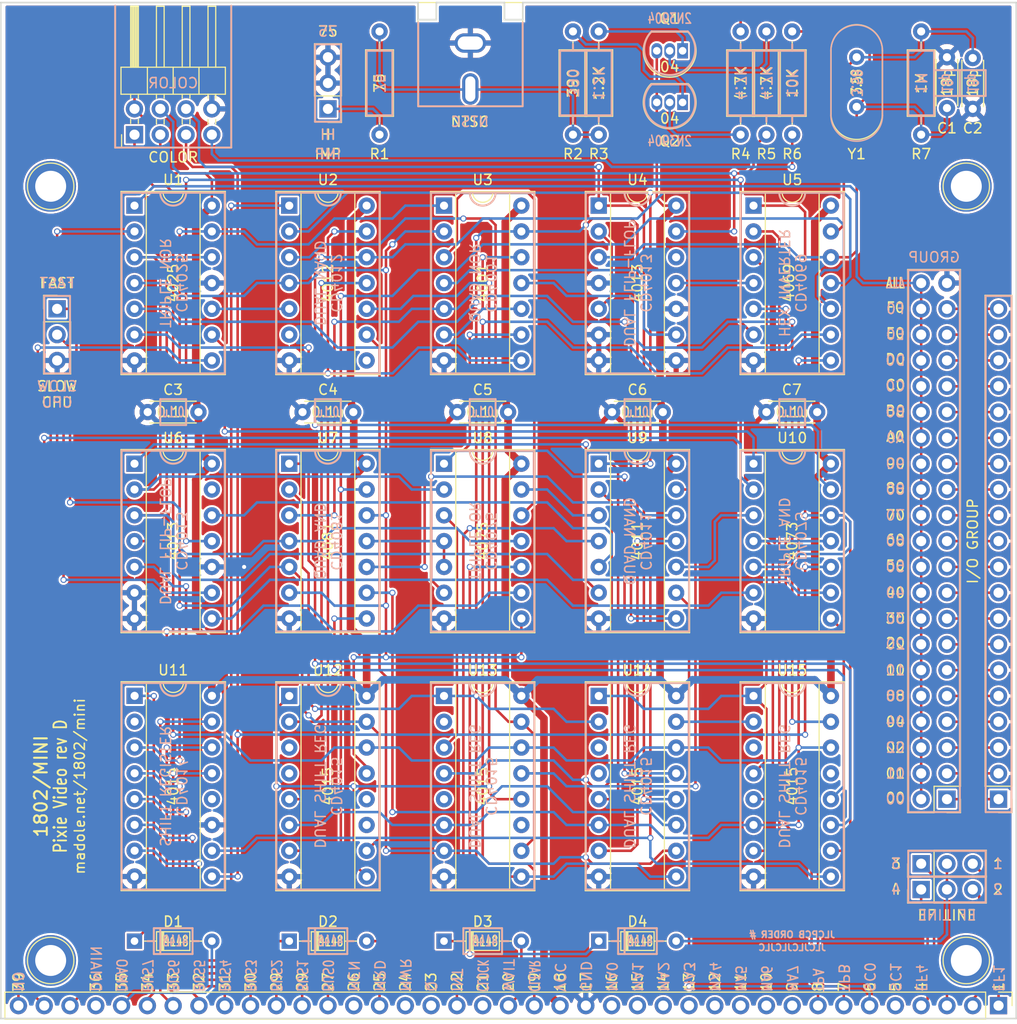
<source format=kicad_pcb>
(kicad_pcb (version 20211014) (generator pcbnew)
  (layers (0 "F.Cu" signal) (31 "B.Cu" signal) (34 "B.Paste" user) (35 "F.Paste" user) (36 "B.SilkS" user "B.Silkscreen") (37 "F.SilkS" user "F.Silkscreen") (38 "B.Mask" user) (39 "F.Mask" user) (44 "Edge.Cuts" user))
  (net 0 "")
  (net 1 "GND")
  (net 2 "VCC")
  (net 3 "/BUS0")
  (net 4 "/BUS1")
  (net 5 "/BUS2")
  (net 6 "/BUS3")
  (net 7 "/BUS5")
  (net 8 "/BUS6")
  (net 9 "/BUS7")
  (net 10 "Net-(D1-Pad1)")
  (net 11 "TPB")
  (net 12 "N2")
  (net 13 "N1")
  (net 14 "N0")
  (net 15 "~{INT}")
  (net 16 "~{CLEAR}")
  (net 17 "~{MRD}")
  (net 18 "~{GROUP}")
  (net 19 "/BUS4")
  (net 33 "Net-(D2-Pad1)")
  (net 34 "~{WAIT}")
  (net 35 "~{DMAOUT}")
  (net 36 "~{EF}")
  (net 37 "Net-(D3-Pad1)")
  (net 38 "Net-(D4-Pad1)")
  (net 39 "Net-(J4-Pad1)")
  (net 40 "Net-(Q1-Pad1)")
  (net 41 "Net-(Q1-Pad2)")
  (net 42 "Net-(Q2-Pad1)")
  (net 43 "Net-(Q2-Pad2)")
  (net 44 "TPA")
  (net 45 "SC0")
  (net 46 "SC1")
  (net 47 "Net-(J1-Pad4)")
  (net 48 "Net-(J1-Pad3)")
  (net 49 "Net-(J1-Pad2)")
  (net 50 "Net-(J1-Pad1)")
  (net 51 "ON")
  (net 52 "CLEAR")
  (net 53 "OFF")
  (net 54 "Net-(C1-Pad2)")
  (net 55 "Net-(C2-Pad2)")
  (net 60 "/V5H")
  (net 61 "/V4H")
  (net 62 "/V1L")
  (net 63 "/V6L")
  (net 64 "Net-(J2-Pad39)")
  (net 65 "Net-(J2-Pad37)")
  (net 66 "Net-(J2-Pad35)")
  (net 67 "Net-(J2-Pad33)")
  (net 68 "Net-(J2-Pad31)")
  (net 69 "Net-(J2-Pad29)")
  (net 70 "Net-(J2-Pad27)")
  (net 71 "Net-(J2-Pad25)")
  (net 72 "Net-(J2-Pad23)")
  (net 73 "Net-(J2-Pad21)")
  (net 74 "Net-(J2-Pad19)")
  (net 75 "Net-(J2-Pad17)")
  (net 76 "Net-(J2-Pad15)")
  (net 77 "Net-(J2-Pad13)")
  (net 78 "Net-(J2-Pad11)")
  (net 79 "Net-(J2-Pad9)")
  (net 80 "Net-(J2-Pad7)")
  (net 81 "Net-(J2-Pad5)")
  (net 82 "Net-(J2-Pad3)")
  (net 83 "Net-(J2-Pad1)")
  (net 84 "Net-(JP3-Pad1)")
  (net 85 "Net-(JP3-Pad2)")
  (net 86 "Net-(JP4-Pad1)")
  (net 87 "Net-(U1-Pad6)")
  (net 88 "Net-(U1-Pad9)")
  (net 89 "Net-(U3-Pad4)")
  (net 90 "Net-(U3-Pad10)")
  (net 91 "Net-(U13-Pad10)")
  (net 92 "Net-(U13-Pad7)")
  (net 93 "Net-(U10-Pad6)")
  (net 94 "Net-(U10-Pad11)")
  (net 95 "Net-(U10-Pad12)")
  (net 97 "Net-(U4-Pad2)")
  (net 98 "Net-(U13-Pad12)")
  (net 99 "Net-(U3-Pad3)")
  (net 100 "Net-(U3-Pad5)")
  (net 101 "Net-(U1-Pad5)")
  (net 102 "Net-(U1-Pad10)")
  (net 103 "Net-(U2-Pad13)")
  (net 104 "Net-(U10-Pad3)")
  (net 107 "Net-(U3-Pad9)")
  (net 108 "Net-(U15-Pad15)")
  (net 109 "Net-(U13-Pad1)")
  (net 110 "Net-(U4-Pad11)")
  (net 111 "Net-(U15-Pad7)")
  (net 112 "Net-(U7-Pad11)")
  (net 113 "Net-(U14-Pad1)")
  (net 116 "Net-(U12-Pad7)")
  (net 117 "Net-(U6-Pad12)")
  (net 120 "Net-(U15-Pad11)")
  (net 121 "Net-(U5-Pad6)")
  (net 123 "Net-(U15-Pad12)")
  (net 124 "Net-(U14-Pad11)")
  (net 125 "Net-(U14-Pad13)")
  (net 126 "Net-(U13-Pad3)")
  (net 127 "Net-(U8-Pad6)")
  (net 128 "Net-(U8-Pad13)")
  (net 129 "Net-(U12-Pad5)")
  (net 130 "Net-(U12-Pad2)")
  (net 131 "Net-(U14-Pad7)")
  (net 136 "Net-(U13-Pad13)")
  (net 137 "Net-(U14-Pad15)")
  (net 141 "3.58")
  (net 142 "1.79")
  (net 143 "~{SYNC}")
  (net 144 "VIDEO")
  (net 145 "STROBE")
  (net 146 "LATCH")
  (footprint "Connector_PinHeader_2.54mm:PinHeader_1x39_P2.54mm_Vertical" (layer "F.Cu") (at 198.12 146.05 -90)
    (fp_text reference "J1" hide)
    (fp_text value "Expansion" hide)
  )
  (footprint "Connector_PinHeader_2.54mm:PinHeader_1x20_P2.54mm_Vertical" (layer "F.Cu") (at 198.12 125.725 180)
    (fp_text reference "J3" hide)
    (fp_text value "GRP_EXP" hide)
  )
  (footprint "Connector_PinHeader_2.54mm:PinHeader_2x21_P2.54mm_Vertical" (layer "F.Cu") (at 193.04 125.73 180)
    (fp_text reference "J2" hide)
    (fp_text value "GRP_SEL" hide)
  )
  (footprint "1802-mini:1pin" (layer "F.Cu") (at 194.945 141.605)
    (fp_text reference "P1" hide)
    (fp_text value "CONN_01X01" hide)
  )
  (footprint "1802-mini:1pin" (layer "F.Cu") (at 104.775 141.605)
    (fp_text reference "P2" hide)
    (fp_text value "CONN_01X01" hide)
  )
  (footprint "1802-mini:1pin" (layer "F.Cu") (at 194.945 65.405)
    (fp_text reference "P4" hide)
    (fp_text value "CONN_01X01" hide)
  )
  (footprint "Diode_THT:D_DO-34_SOD68_P7.62mm_Horizontal" (layer "F.Cu") (at 158.75 139.7)
    (fp_text reference "D4")
    (fp_text value "1N4148" hide)
  )
  (footprint "Diode_THT:D_DO-34_SOD68_P7.62mm_Horizontal" (layer "F.Cu") (at 113.03 139.7)
    (fp_text reference "D1")
    (fp_text value "1N4148" hide)
  )
  (footprint "Diode_THT:D_DO-34_SOD68_P7.62mm_Horizontal" (layer "F.Cu") (at 143.51 139.7)
    (fp_text reference "D3")
    (fp_text value "1N4148" hide)
  )
  (footprint "Diode_THT:D_DO-34_SOD68_P7.62mm_Horizontal" (layer "F.Cu") (at 128.27 139.7)
    (fp_text reference "D2")
    (fp_text value "1N4148" hide)
  )
  (footprint "Package_TO_SOT_THT:TO-92_Inline" (layer "F.Cu") (at 167.005 57.15 180)
    (fp_text reference "Q1")
    (fp_text value "2N3904" hide)
  )
  (footprint "Resistor_THT:R_Axial_DIN0207_L6.3mm_D2.5mm_P10.16mm_Horizontal" (layer "F.Cu") (at 175.26 50.165 -90)
    (fp_text reference "R5")
    (fp_text value "4.7K")
  )
  (footprint "Resistor_THT:R_Axial_DIN0207_L6.3mm_D2.5mm_P10.16mm_Horizontal" (layer "F.Cu") (at 172.72 60.325 90)
    (fp_text reference "R4")
    (fp_text value "4.7K")
  )
  (footprint "Resistor_THT:R_Axial_DIN0207_L6.3mm_D2.5mm_P10.16mm_Horizontal" (layer "F.Cu") (at 158.75 50.165 -90)
    (fp_text reference "R3")
    (fp_text value "1.2K")
  )
  (footprint "1802-mini:1pin" (layer "F.Cu") (at 104.775 65.405)
    (fp_text reference "P3" hide)
    (fp_text value "CONN_01X01" hide)
  )
  (footprint "Connector_PinHeader_2.54mm:PinHeader_1x03_P2.54mm_Vertical" (layer "F.Cu") (at 190.5 132.08 90)
    (fp_text reference "JP1" hide)
    (fp_text value "1/1-2" hide)
  )
  (footprint "Connector_PinHeader_2.54mm:PinHeader_1x03_P2.54mm_Vertical" (layer "F.Cu") (at 190.5 134.62 90)
    (fp_text reference "JP2" hide)
    (fp_text value "1/1-2" hide)
  )
  (footprint "Resistor_THT:R_Axial_DIN0207_L6.3mm_D2.5mm_P10.16mm_Horizontal" (layer "F.Cu") (at 190.5 50.165 -90)
    (fp_text reference "R7")
    (fp_text value "1M")
  )
  (footprint "Capacitor_THT:C_Disc_D4.3mm_W1.9mm_P5.00mm" (layer "F.Cu") (at 195.58 57.785 90)
    (fp_text reference "C2")
    (fp_text value "18p")
  )
  (footprint "Capacitor_THT:C_Disc_D4.3mm_W1.9mm_P5.00mm" (layer "F.Cu") (at 193.04 52.705 -90)
    (fp_text reference "C1")
    (fp_text value "18p")
  )
  (footprint "1802-mini:CUI RCJ-04X" (layer "F.Cu") (at 146.1008 47.3202 90)
    (fp_text reference "J4" hide)
    (fp_text value "NTSC" hide)
  )
  (footprint "Resistor_THT:R_Axial_DIN0207_L6.3mm_D2.5mm_P10.16mm_Horizontal" (layer "F.Cu") (at 156.21 50.165 -90)
    (fp_text reference "R2")
    (fp_text value "390")
  )
  (footprint "Resistor_THT:R_Axial_DIN0207_L6.3mm_D2.5mm_P10.16mm_Horizontal" (layer "F.Cu") (at 137.16 50.165 -90)
    (fp_text reference "R1")
    (fp_text value "75")
  )
  (footprint "Connector_PinHeader_2.54mm:PinHeader_1x03_P2.54mm_Vertical" (layer "F.Cu") (at 132.08 57.785 180)
    (fp_text reference "JP4" hide)
    (fp_text value "HI")
  )
  (footprint "Package_TO_SOT_THT:TO-92_Inline" (layer "F.Cu") (at 167.005 52.07 180)
    (fp_text reference "Q2")
    (fp_text value "2N3904" hide)
  )
  (footprint "Crystal:Crystal_HC49-U_Vertical" (layer "F.Cu") (at 184.15 52.705 -90)
    (fp_text reference "Y1")
    (fp_text value "3.58")
  )
  (footprint "Package_DIP:DIP-14_W7.62mm_Socket" (layer "F.Cu") (at 173.99 67.31)
    (fp_text reference "U5")
    (fp_text value "4069")
  )
  (footprint "Capacitor_THT:C_Disc_D4.3mm_W1.9mm_P5.00mm" (layer "F.Cu") (at 175.26 87.63)
    (fp_text reference "C7")
    (fp_text value "0.1u")
  )
  (footprint "Package_DIP:DIP-16_W7.62mm_Socket" (layer "F.Cu") (at 173.99 115.57)
    (fp_text reference "U15")
    (fp_text value "4015")
  )
  (footprint "Resistor_THT:R_Axial_DIN0207_L6.3mm_D2.5mm_P10.16mm_Horizontal" (layer "F.Cu") (at 177.8 50.165 -90)
    (fp_text reference "R6")
    (fp_text value "10K")
  )
  (footprint "Capacitor_THT:C_Disc_D4.3mm_W1.9mm_P5.00mm" (layer "F.Cu") (at 114.33 87.63)
    (fp_text reference "C3")
    (fp_text value "0.1u")
  )
  (footprint "Package_DIP:DIP-16_W7.62mm_Socket" (layer "F.Cu") (at 113.04 115.56)
    (fp_text reference "U11")
    (fp_text value "4014")
  )
  (footprint "Package_DIP:DIP-14_W7.62mm_Socket" (layer "F.Cu") (at 173.99 92.71)
    (fp_text reference "U10")
    (fp_text value "4073")
  )
  (footprint "Connector_PinHeader_2.54mm:PinHeader_1x03_P2.54mm_Vertical" (layer "F.Cu") (at 105.41 77.47)
    (fp_text reference "JP3" hide)
    (fp_text value "FAST")
  )
  (footprint "Capacitor_THT:C_Disc_D4.3mm_W1.9mm_P5.00mm" (layer "F.Cu") (at 160.06 87.63)
    (fp_text reference "C6")
    (fp_text value "0.1u")
  )
  (footprint "Capacitor_THT:C_Disc_D4.3mm_W1.9mm_P5.00mm" (layer "F.Cu") (at 129.58 87.63)
    (fp_text reference "C4")
    (fp_text value "0.1u")
  )
  (footprint "Package_DIP:DIP-16_W7.62mm_Socket" (layer "F.Cu") (at 158.75 115.57)
    (fp_text reference "U14")
    (fp_text value "4015")
  )
  (footprint "Package_DIP:DIP-16_W7.62mm_Socket" (layer "F.Cu") (at 143.51 115.57)
    (fp_text reference "U13")
    (fp_text value "4015")
  )
  (footprint "Package_DIP:DIP-14_W7.62mm_Socket" (layer "F.Cu") (at 158.75 92.71)
    (fp_text reference "U9")
    (fp_text value "4011")
  )
  (footprint "Package_DIP:DIP-16_W7.62mm_Socket" (layer "F.Cu") (at 128.27 115.57)
    (fp_text reference "U12")
    (fp_text value "4015")
  )
  (footprint "Connector_PinHeader_2.54mm:PinHeader_2x04_P2.54mm_Horizontal" (layer "F.Cu") (at 113.03 60.325 90)
    (fp_text reference "J5" hide)
    (fp_text value "Conn_02x04_Odd_Even" hide)
  )
  (footprint "Package_DIP:DIP-14_W7.62mm_Socket" (layer "F.Cu") (at 143.51 92.71)
    (fp_text reference "U8")
    (fp_text value "4075")
  )
  (footprint "Package_DIP:DIP-14_W7.62mm_Socket" (layer "F.Cu") (at 128.27 92.71)
    (fp_text reference "U7")
    (fp_text value "4081")
  )
  (footprint "Package_DIP:DIP-14_W7.62mm_Socket" (layer "F.Cu") (at 113.03 67.31)
    (fp_text reference "U1")
    (fp_text value "4025")
  )
  (footprint "Capacitor_THT:C_Disc_D4.3mm_W1.9mm_P5.00mm" (layer "F.Cu") (at 144.82 87.63)
    (fp_text reference "C5")
    (fp_text value "0.1u")
  )
  (footprint "Package_DIP:DIP-14_W7.62mm_Socket" (layer "F.Cu") (at 143.51 67.31)
    (fp_text reference "U3")
    (fp_text value "4001")
  )
  (footprint "Package_DIP:DIP-14_W7.62mm_Socket" (layer "F.Cu") (at 158.75 67.31)
    (fp_text reference "U4")
    (fp_text value "4013")
  )
  (footprint "Package_DIP:DIP-14_W7.62mm_Socket" (layer "F.Cu") (at 113.03 92.71)
    (fp_text reference "U6")
    (fp_text value "4013")
  )
  (footprint "Package_DIP:DIP-14_W7.62mm_Socket" (layer "F.Cu") (at 128.27 67.31)
    (fp_text reference "U2")
    (fp_text value "4012")
  )
  (gr_line (start 194.31 127) (end 189.23 127) (layer "B.SilkS") (width 0.2))
  (gr_line (start 189.23 73.66) (end 189.23 127) (layer "B.SilkS") (width 0.2))
  (gr_line (start 194.31 73.66) (end 189.23 73.66) (layer "B.SilkS") (width 0.2))
  (gr_line (start 194.31 73.66) (end 194.31 127) (layer "B.SilkS") (width 0.2))
  (gr_line (start 121.92 66.04) (end 121.92 83.82) (layer "B.SilkS") (width 0.2))
  (gr_line (start 127 66.04) (end 127 83.82) (layer "B.SilkS") (width 0.2))
  (gr_arc (start 118.11 66.04) (mid 116.84 67.31) (end 115.57 66.04) (layer "B.SilkS") (width 0.2))
  (gr_line (start 111.76 66.04) (end 121.92 66.04) (layer "B.SilkS") (width 0.2))
  (gr_line (start 182.88 66.04) (end 182.88 83.82) (layer "B.SilkS") (width 0.2))
  (gr_arc (start 179.07 66.04) (mid 177.8 67.31) (end 176.53 66.04) (layer "B.SilkS") (width 0.2))
  (gr_line (start 172.72 66.04) (end 182.88 66.04) (layer "B.SilkS") (width 0.2))
  (gr_line (start 167.64 66.04) (end 167.64 83.82) (layer "B.SilkS") (width 0.2))
  (gr_line (start 172.72 66.04) (end 172.72 83.82) (layer "B.SilkS") (width 0.2))
  (gr_arc (start 163.83 66.04) (mid 162.56 67.31) (end 161.29 66.04) (layer "B.SilkS") (width 0.2))
  (gr_line (start 157.48 66.04) (end 167.64 66.04) (layer "B.SilkS") (width 0.2))
  (gr_line (start 152.4 66.04) (end 152.4 83.82) (layer "B.SilkS") (width 0.2))
  (gr_line (start 157.48 66.04) (end 157.48 83.82) (layer "B.SilkS") (width 0.2))
  (gr_arc (start 148.59 66.04) (mid 147.32 67.31) (end 146.05 66.04) (layer "B.SilkS") (width 0.2))
  (gr_line (start 142.24 66.04) (end 152.4 66.04) (layer "B.SilkS") (width 0.2))
  (gr_line (start 137.16 66.04) (end 137.16 83.82) (layer "B.SilkS") (width 0.2))
  (gr_line (start 142.24 66.04) (end 142.24 83.82) (layer "B.SilkS") (width 0.2))
  (gr_line (start 140.97 49.276) (end 140.97 57.531) (layer "B.SilkS") (width 0.2))
  (gr_line (start 151.257 49.276) (end 151.257 57.531) (layer "B.SilkS") (width 0.2))
  (gr_line (start 135.89 52.07) (end 135.89 58.42) (layer "B.SilkS") (width 0.2))
  (gr_line (start 194.31 56.515) (end 194.31 53.975) (layer "B.SilkS") (width 0.2))
  (gr_line (start 191.77 53.975) (end 194.31 53.975) (layer "B.SilkS") (width 0.2))
  (gr_line (start 191.77 56.515) (end 194.31 56.515) (layer "B.SilkS") (width 0.2))
  (gr_line (start 191.77 56.515) (end 191.77 53.975) (layer "B.SilkS") (width 0.2))
  (gr_line (start 191.77 52.07) (end 189.23 52.07) (layer "B.SilkS") (width 0.2))
  (gr_line (start 189.23 58.42) (end 189.23 52.07) (layer "B.SilkS") (width 0.2))
  (gr_line (start 191.77 58.42) (end 191.77 52.07) (layer "B.SilkS") (width 0.2))
  (gr_line (start 191.77 58.42) (end 189.23 58.42) (layer "B.SilkS") (width 0.2))
  (gr_line (start 190.5 51.435) (end 190.5 52.07) (layer "B.SilkS") (width 0.2))
  (gr_line (start 190.5 58.42) (end 190.5 59.055) (layer "B.SilkS") (width 0.2))
  (gr_line (start 167.513 55.372) (end 163.957 55.372) (layer "B.SilkS") (width 0.2))
  (gr_arc (start 167.513 55.372) (mid 165.735 59.664472) (end 163.957 55.372) (layer "B.SilkS") (width 0.2))
  (gr_line (start 189.23 130.81) (end 189.23 130.81) (layer "B.SilkS") (width 0.2))
  (gr_line (start 196.85 133.35) (end 189.23 133.35) (layer "B.SilkS") (width 0.2))
  (gr_line (start 196.85 135.89) (end 189.23 135.89) (layer "B.SilkS") (width 0.2))
  (gr_line (start 196.85 130.81) (end 189.23 130.81) (layer "B.SilkS") (width 0.2))
  (gr_line (start 196.85 130.81) (end 189.23 130.81) (layer "B.SilkS") (width 0.2))
  (gr_line (start 189.23 130.81) (end 189.23 135.89) (layer "B.SilkS") (width 0.2))
  (gr_line (start 196.85 130.81) (end 196.85 135.89) (layer "B.SilkS") (width 0.2))
  (gr_line (start 196.85 135.89) (end 189.23 135.89) (layer "B.SilkS") (width 0.2))
  (gr_line (start 196.85 133.35) (end 189.23 133.35) (layer "B.SilkS") (width 0.2))
  (gr_line (start 189.23 133.35) (end 196.85 133.35) (layer "B.SilkS") (width 0.2))
  (gr_line (start 114.935 139.7) (end 114.3 139.7) (layer "B.SilkS") (width 0.2))
  (gr_line (start 114.935 138.43) (end 114.935 140.97) (layer "B.SilkS") (width 0.2))
  (gr_line (start 115.57 138.43) (end 115.57 140.97) (layer "B.SilkS") (width 0.2))
  (gr_line (start 118.745 138.43) (end 118.745 140.97) (layer "B.SilkS") (width 0.2))
  (gr_line (start 114.935 140.97) (end 118.745 140.97) (layer "B.SilkS") (width 0.2))
  (gr_line (start 118.745 139.7) (end 119.38 139.7) (layer "B.SilkS") (width 0.2))
  (gr_line (start 118.745 138.43) (end 114.935 138.43) (layer "B.SilkS") (width 0.2))
  (gr_line (start 130.175 139.7) (end 129.54 139.7) (layer "B.SilkS") (width 0.2))
  (gr_line (start 130.175 138.43) (end 130.175 140.97) (layer "B.SilkS") (width 0.2))
  (gr_line (start 130.81 138.43) (end 130.81 140.97) (layer "B.SilkS") (width 0.2))
  (gr_line (start 133.985 138.43) (end 133.985 140.97) (layer "B.SilkS") (width 0.2))
  (gr_line (start 130.175 140.97) (end 133.985 140.97) (layer "B.SilkS") (width 0.2))
  (gr_line (start 133.985 139.7) (end 134.62 139.7) (layer "B.SilkS") (width 0.2))
  (gr_line (start 133.985 138.43) (end 130.175 138.43) (layer "B.SilkS") (width 0.2))
  (gr_line (start 160.655 139.7) (end 160.02 139.7) (layer "B.SilkS") (width 0.2))
  (gr_line (start 160.655 138.43) (end 160.655 140.97) (layer "B.SilkS") (width 0.2))
  (gr_line (start 161.29 138.43) (end 161.29 140.97) (layer "B.SilkS") (width 0.2))
  (gr_line (start 164.465 138.43) (end 164.465 140.97) (layer "B.SilkS") (width 0.2))
  (gr_line (start 160.655 140.97) (end 164.465 140.97) (layer "B.SilkS") (width 0.2))
  (gr_line (start 164.465 139.7) (end 165.1 139.7) (layer "B.SilkS") (width 0.2))
  (gr_line (start 164.465 138.43) (end 160.655 138.43) (layer "B.SilkS") (width 0.2))
  (gr_line (start 196.85 56.515) (end 196.85 53.975) (layer "B.SilkS") (width 0.2))
  (gr_line (start 194.31 56.515) (end 196.85 56.515) (layer "B.SilkS") (width 0.2))
  (gr_line (start 194.31 53.975) (end 196.85 53.975) (layer "B.SilkS") (width 0.2))
  (gr_arc (start 186.689996 58.424433) (mid 184.147783 60.959999) (end 181.61 58.42) (layer "B.SilkS") (width 0.15))
  (gr_line (start 181.61 58.42) (end 181.61 52.07) (layer "B.SilkS") (width 0.15))
  (gr_line (start 151.13 57.531) (end 140.97 57.531) (layer "B.SilkS") (width 0.2))
  (gr_arc (start 133.35 66.04) (mid 132.08 67.31) (end 130.81 66.04) (layer "B.SilkS") (width 0.2))
  (gr_line (start 127 66.04) (end 137.16 66.04) (layer "B.SilkS") (width 0.2))
  (gr_line (start 138.43 52.07) (end 138.43 58.42) (layer "B.SilkS") (width 0.2))
  (gr_line (start 130.81 51.435) (end 130.81 59.055) (layer "B.SilkS") (width 0.2))
  (gr_line (start 133.35 51.435) (end 133.35 59.055) (layer "B.SilkS") (width 0.2))
  (gr_line (start 130.81 51.435) (end 133.35 51.435) (layer "B.SilkS") (width 0.2))
  (gr_line (start 130.81 59.055) (end 133.35 59.055) (layer "B.SilkS") (width 0.2))
  (gr_line (start 127 91.44) (end 127 109.22) (layer "B.SilkS") (width 0.2))
  (gr_line (start 111.76 91.44) (end 111.76 109.22) (layer "B.SilkS") (width 0.2))
  (gr_line (start 111.76 83.82) (end 121.92 83.82) (layer "B.SilkS") (width 0.2))
  (gr_line (start 160.02 58.42) (end 157.48 58.42) (layer "B.SilkS") (width 0.2))
  (gr_line (start 199.39 127) (end 196.85 127) (layer "B.SilkS") (width 0.2))
  (gr_line (start 177.8 51.435) (end 177.8 52.07) (layer "B.SilkS") (width 0.2))
  (gr_line (start 145.415 140.97) (end 149.225 140.97) (layer "B.SilkS") (width 0.2))
  (gr_line (start 111.125 61.595) (end 122.555 61.595) (layer "B.SilkS") (width 0.2))
  (gr_line (start 173.99 58.42) (end 171.45 58.42) (layer "B.SilkS") (width 0.2))
  (gr_line (start 172.72 83.82) (end 182.88 83.82) (layer "B.SilkS") (width 0.2))
  (gr_line (start 172.72 109.22) (end 182.88 109.22) (layer "B.SilkS") (width 0.2))
  (gr_line (start 179.07 52.07) (end 176.53 52.07) (layer "B.SilkS") (width 0.2))
  (gr_line (start 176.53 86.36) (end 176.53 88.9) (layer "B.SilkS") (width 0.2))
  (gr_line (start 157.48 134.62) (end 167.64 134.62) (layer "B.SilkS") (width 0.2))
  (gr_line (start 182.88 114.3) (end 182.88 134.62) (layer "B.SilkS") (width 0.2))
  (gr_line (start 154.94 58.42) (end 154.94 52.07) (layer "B.SilkS") (width 0.2))
  (gr_line (start 137.16 52.07) (end 137.16 51.435) (layer "B.SilkS") (width 0.2))
  (gr_line (start 161.29 86.36) (end 163.83 86.36) (layer "B.SilkS") (width 0.2))
  (gr_line (start 186.69 52.07) (end 186.69 58.42) (layer "B.SilkS") (width 0.15))
  (gr_line (start 157.48 91.44) (end 167.64 91.44) (layer "B.SilkS") (width 0.2))
  (gr_line (start 115.57 88.9) (end 118.11 88.9) (layer "B.SilkS") (width 0.2))
  (gr_line (start 111.76 109.22) (end 121.92 109.22) (layer "B.SilkS") (width 0.2))
  (gr_line (start 179.07 58.42) (end 179.07 52.07) (layer "B.SilkS") (width 0.2))
  (gr_line (start 161.29 88.9) (end 163.83 88.9) (layer "B.SilkS") (width 0.2))
  (gr_line (start 176.53 58.42) (end 173.99 58.42) (layer "B.SilkS") (width 0.2))
  (gr_arc (start 133.35 91.44) (mid 132.08 92.71) (end 130.81 91.44) (layer "B.SilkS") (width 0.2))
  (gr_line (start 173.99 52.07) (end 171.45 52.07) (layer "B.SilkS") (width 0.2))
  (gr_line (start 172.72 91.44) (end 182.88 91.44) (layer "B.SilkS") (width 0.2))
  (gr_line (start 172.72 91.44) (end 172.72 109.22) (layer "B.SilkS") (width 0.2))
  (gr_arc (start 179.07 114.3) (mid 177.8 115.57) (end 176.53 114.3) (layer "B.SilkS") (width 0.2))
  (gr_line (start 172.72 51.435) (end 172.72 52.07) (layer "B.SilkS") (width 0.2))
  (gr_line (start 149.225 139.7) (end 149.86 139.7) (layer "B.SilkS") (width 0.2))
  (gr_line (start 127 109.22) (end 137.16 109.22) (layer "B.SilkS") (width 0.2))
  (gr_line (start 142.24 114.3) (end 142.24 134.62) (layer "B.SilkS") (width 0.2))
  (gr_line (start 135.89 58.42) (end 138.43 58.42) (layer "B.SilkS") (width 0.2))
  (gr_line (start 167.64 91.44) (end 167.64 109.22) (layer "B.SilkS") (width 0.2))
  (gr_line (start 149.225 138.43) (end 149.225 140.97) (layer "B.SilkS") (width 0.2))
  (gr_line (start 172.72 134.62) (end 182.88 134.62) (layer "B.SilkS") (width 0.2))
  (gr_line (start 111.76 91.44) (end 121.92 91.44) (layer "B.SilkS") (width 0.2))
  (gr_line (start 172.72 114.3) (end 172.72 134.62) (layer "B.SilkS") (width 0.2))
  (gr_line (start 182.88 91.44) (end 182.88 109.22) (layer "B.SilkS") (width 0.2))
  (gr_line (start 160.02 58.42) (end 160.02 52.07) (layer "B.SilkS") (width 0.2))
  (gr_arc (start 163.83 114.3) (mid 162.56 115.57) (end 161.29 114.3) (layer "B.SilkS") (width 0.2))
  (gr_line (start 152.4 91.44) (end 152.4 109.22) (layer "B.SilkS") (width 0.2))
  (gr_line (start 199.39 76.2) (end 199.39 127) (layer "B.SilkS") (width 0.2))
  (gr_line (start 146.05 86.36) (end 146.05 88.9) (layer "B.SilkS") (width 0.2))
  (gr_line (start 172.72 114.3) (end 182.88 114.3) (layer "B.SilkS") (width 0.2))
  (gr_arc (start 167.513 50.165) (mid 165.735 54.457472) (end 163.957 50.165) (layer "B.SilkS") (width 0.2))
  (gr_line (start 175.26 58.42) (end 175.26 59.055) (layer "B.SilkS") (width 0.2))
  (gr_line (start 179.07 86.36) (end 179.07 88.9) (layer "B.SilkS") (width 0.2))
  (gr_line (start 177.8 58.42) (end 177.8 59.055) (layer "B.SilkS") (width 0.2))
  (gr_line (start 137.16 91.44) (end 137.16 109.22) (layer "B.SilkS") (width 0.2))
  (gr_line (start 176.53 52.07) (end 173.99 52.07) (layer "B.SilkS") (width 0.2))
  (gr_line (start 111.76 66.04) (end 111.76 83.82) (layer "B.SilkS") (width 0.2))
  (gr_line (start 127 134.62) (end 137.16 134.62) (layer "B.SilkS") (width 0.2))
  (gr_line (start 142.24 114.3) (end 152.4 114.3) (layer "B.SilkS") (width 0.2))
  (gr_line (start 137.16 114.3) (end 137.16 134.62) (layer "B.SilkS") (width 0.2))
  (gr_line (start 115.57 86.36) (end 115.57 88.9) (layer "B.SilkS") (width 0.2))
  (gr_line (start 146.05 86.36) (end 148.59 86.36) (layer "B.SilkS") (width 0.2))
  (gr_line (start 122.555 47.625) (end 122.555 61.595) (layer "B.SilkS") (width 0.2))
  (gr_line (start 104.14 76.2) (end 104.14 83.82) (layer "B.SilkS") (width 0.2))
  (gr_line (start 146.05 88.9) (end 148.59 88.9) (layer "B.SilkS") (width 0.2))
  (gr_line (start 137.16 59.055) (end 137.16 58.42) (layer "B.SilkS") (width 0.2))
  (gr_line (start 157.48 58.42) (end 154.94 58.42) (layer "B.SilkS") (width 0.2))
  (gr_line (start 179.07 58.42) (end 176.53 58.42) (layer "B.SilkS") (width 0.2))
  (gr_line (start 142.24 91.44) (end 142.24 109.22) (layer "B.SilkS") (width 0.2))
  (gr_line (start 111.125 47.625) (end 111.125 61.595) (layer "B.SilkS") (width 0.2))
  (gr_line (start 118.11 86.36) (end 118.11 88.9) (layer "B.SilkS") (width 0.2))
  (gr_line (start 149.225 138.43) (end 145.415 138.43) (layer "B.SilkS") (width 0.2))
  (gr_arc (start 118.11 114.3) (mid 116.84 115.57) (end 115.57 114.3) (layer "B.SilkS") (width 0.2))
  (gr_line (start 142.24 91.44) (end 152.4 91.44) (layer "B.SilkS") (width 0.2))
  (gr_line (start 158.75 51.435) (end 158.75 52.07) (layer "B.SilkS") (width 0.2))
  (gr_line (start 173.99 58.42) (end 173.99 52.07) (layer "B.SilkS") (width 0.2))
  (gr_line (start 127 83.82) (end 137.16 83.82) (layer "B.SilkS") (width 0.2))
  (gr_line (start 161.29 86.36) (end 161.29 88.9) (layer "B.SilkS") (width 0.2))
  (gr_arc (start 179.07 91.44) (mid 177.8 92.71) (end 176.53 91.44) (layer "B.SilkS") (width 0.2))
  (gr_line (start 156.21 51.435) (end 156.21 52.07) (layer "B.SilkS") (width 0.2))
  (gr_line (start 145.415 139.7) (end 144.78 139.7) (layer "B.SilkS") (width 0.2))
  (gr_line (start 127 114.3) (end 127 134.62) (layer "B.SilkS") (width 0.2))
  (gr_arc (start 148.59 114.3) (mid 147.32 115.57) (end 146.05 114.3) (layer "B.SilkS") (width 0.2))
  (gr_line (start 199.39 76.2) (end 196.85 76.2) (layer "B.SilkS") (width 0.2))
  (gr_line (start 130.81 86.36) (end 130.81 88.9) (layer "B.SilkS") (width 0.2))
  (gr_arc (start 133.35 114.3) (mid 132.08 115.57) (end 130.81 114.3) (layer "B.SilkS") (width 0.2))
  (gr_line (start 176.53 86.36) (end 179.07 86.36) (layer "B.SilkS") (width 0.2))
  (gr_line (start 157.48 109.22) (end 167.64 109.22) (layer "B.SilkS") (width 0.2))
  (gr_line (start 167.64 114.3) (end 167.64 134.62) (layer "B.SilkS") (width 0.2))
  (gr_arc (start 181.61 52.07) (mid 184.15 49.53) (end 186.69 52.07) (layer "B.SilkS") (width 0.15))
  (gr_line (start 175.26 51.435) (end 175.26 52.07) (layer "B.SilkS") (width 0.2))
  (gr_arc (start 148.59 91.44) (mid 147.32 92.71) (end 146.05 91.44) (layer "B.SilkS") (width 0.2))
  (gr_line (start 157.48 91.44) (end 157.48 109.22) (layer "B.SilkS") (width 0.2))
  (gr_line (start 167.513 50.165) (end 163.957 50.165) (layer "B.SilkS") (width 0.2))
  (gr_line (start 157.48 114.3) (end 157.48 134.62) (layer "B.SilkS") (width 0.2))
  (gr_line (start 127 91.44) (end 137.16 91.44) (layer "B.SilkS") (width 0.2))
  (gr_line (start 121.92 114.3) (end 121.92 134.62) (layer "B.SilkS") (width 0.2))
  (gr_line (start 106.68 76.2) (end 104.14 76.2) (layer "B.SilkS") (width 0.2))
  (gr_line (start 142.24 83.82) (end 152.4 83.82) (layer "B.SilkS") (width 0.2))
  (gr_line (start 111.76 114.3) (end 111.76 134.62) (layer "B.SilkS") (width 0.2))
  (gr_line (start 130.81 88.9) (end 133.35 88.9) (layer "B.SilkS") (width 0.2))
  (gr_line (start 157.48 58.42) (end 157.48 52.07) (layer "B.SilkS") (width 0.2))
  (gr_line (start 111.76 114.3) (end 121.92 114.3) (layer "B.SilkS") (width 0.2))
  (gr_line (start 111.76 134.62) (end 121.92 134.62) (layer "B.SilkS") (width 0.2))
  (gr_line (start 130.81 86.36) (end 133.35 86.36) (layer "B.SilkS") (width 0.2))
  (gr_line (start 135.89 52.07) (end 138.43 52.07) (layer "B.SilkS") (width 0.2))
  (gr_line (start 160.02 52.07) (end 157.48 52.07) (layer "B.SilkS") (width 0.2))
  (gr_line (start 171.45 58.42) (end 171.45 52.07) (layer "B.SilkS") (width 0.2))
  (gr_line (start 163.83 86.36) (end 163.83 88.9) (layer "B.SilkS") (width 0.2))
  (gr_line (start 157.48 114.3) (end 167.64 114.3) (layer "B.SilkS") (width 0.2))
  (gr_arc (start 163.83 91.44) (mid 162.56 92.71) (end 161.29 91.44) (layer "B.SilkS") (width 0.2))
  (gr_line (start 196.85 76.2) (end 196.85 127) (layer "B.SilkS") (width 0.2))
  (gr_line (start 127 114.3) (end 137.16 114.3) (layer "B.SilkS") (width 0.2))
  (gr_line (start 106.68 83.82) (end 104.14 83.82) (layer "B.SilkS") (width 0.2))
  (gr_line (start 157.48 83.82) (end 167.64 83.82) (layer "B.SilkS") (width 0.2))
  (gr_line (start 133.35 86.36) (end 133.35 88.9) (layer "B.SilkS") (width 0.2))
  (gr_line (start 148.59 86.36) (end 148.59 88.9) (layer "B.SilkS") (width 0.2))
  (gr_line (start 176.53 88.9) (end 179.07 88.9) (layer "B.SilkS") (width 0.2))
  (gr_line (start 152.4 114.3) (end 152.4 134.62) (layer "B.SilkS") (width 0.2))
  (gr_line (start 156.21 58.42) (end 156.21 59.055) (layer "B.SilkS") (width 0.2))
  (gr_line (start 176.53 58.42) (end 176.53 52.07) (layer "B.SilkS") (width 0.2))
  (gr_line (start 146.05 138.43) (end 146.05 140.97) (layer "B.SilkS") (width 0.2))
  (gr_line (start 115.57 86.36) (end 118.11 86.36) (layer "B.SilkS") (width 0.2))
  (gr_line (start 121.92 91.44) (end 121.92 109.22) (layer "B.SilkS") (width 0.2))
  (gr_line (start 142.24 134.62) (end 152.4 134.62) (layer "B.SilkS") (width 0.2))
  (gr_line (start 157.48 52.07) (end 154.94 52.07) (layer "B.SilkS") (width 0.2))
  (gr_line (start 158.75 58.42) (end 158.75 59.055) (layer "B.SilkS") (width 0.2))
  (gr_line (start 142.24 109.22) (end 152.4 109.22) (layer "B.SilkS") (width 0.2))
  (gr_arc (start 118.11 91.44) (mid 116.84 92.71) (end 115.57 91.44) (layer "B.SilkS") (width 0.2))
  (gr_line (start 172.72 58.42) (end 172.72 59.055) (layer "B.SilkS") (width 0.2))
  (gr_line (start 106.68 76.2) (end 106.68 83.82) (layer "B.SilkS") (width 0.2))
  (gr_line (start 145.415 138.43) (end 145.415 140.97) (layer "B.SilkS") (width 0.2))
  (gr_line (start 199.86 147.32) (end 199.86 47.32) (layer "Edge.Cuts") (width 0.15))
  (gr_line (start 140.9573 48.9966) (end 142.7607 48.9966) (layer "Edge.Cuts") (width 0.15))
  (gr_line (start 140.9573 48.9966) (end 140.9573 47.3202) (layer "Edge.Cuts") (width 0.15))
  (gr_line (start 142.7607 47.3202) (end 142.7607 48.9966) (layer "Edge.Cuts") (width 0.15))
  (gr_line (start 151.2697 47.3202) (end 151.2697 48.9966) (layer "Edge.Cuts") (width 0.15))
  (gr_line (start 149.4663 48.9966) (end 151.2697 48.9966) (layer "Edge.Cuts") (width 0.15))
  (gr_line (start 149.4663 48.9966) (end 149.4663 47.3202) (layer "Edge.Cuts") (width 0.15))
  (gr_line (start 142.7607 47.3202) (end 149.4663 47.3202) (layer "Edge.Cuts") (width 0.15))
  (gr_line (start 151.2697 47.3202) (end 199.86 47.32) (layer "Edge.Cuts") (width 0.15))
  (gr_line (start 99.86 47.32) (end 99.86 147.32) (layer "Edge.Cuts") (width 0.15))
  (gr_line (start 199.86 147.32) (end 99.86 147.32) (layer "Edge.Cuts") (width 0.15))
  (gr_line (start 99.86 47.32) (end 140.9573 47.3202) (layer "Edge.Cuts") (width 0.15))
  (gr_text "EF4" (at 190.5 144.78 270) (layer "B.SilkS") (effects (font (size 1 1)) (justify left mirror)))
  (gr_text "EF1" (at 198.12 144.78 270) (layer "B.SilkS") (effects (font (size 1 1)) (justify left mirror)))
  (gr_text "Q" (at 142.24 144.78 270) (layer "B.SilkS") (effects (font (size 1 1)) (justify left mirror)))
  (gr_text "N0" (at 101.6 144.78 270) (layer "B.SilkS") (effects (font (size 1 1)) (justify left mirror)))
  (gr_text "JLCPCB ORDER #" (at 177.8 139.065) (layer "B.SilkS") (effects (font (size 0.64516 0.64516)) (justify mirror)))
  (gr_text "JLCJLCJLCJLC" (at 177.8 140.335) (layer "B.SilkS") (effects (font (size 0.64516 0.64516)) (justify mirror)))
  (gr_text "01" (at 187.96 123.19) (layer "B.SilkS") (effects (font (size 1 1)) (justify mirror)))
  (gr_text "A0" (at 187.96 90.17) (layer "B.SilkS") (effects (font (size 1 1)) (justify mirror)))
  (gr_text "02" (at 187.96 120.65) (layer "B.SilkS") (effects (font (size 1 1)) (justify mirror)))
  (gr_text "10" (at 187.96 113.03) (layer "B.SilkS") (effects (font (size 1 1)) (justify mirror)))
  (gr_text "30" (at 187.96 107.95) (layer "B.SilkS") (effects (font (size 1 1)) (justify mirror)))
  (gr_text "20" (at 187.96 110.49) (layer "B.SilkS") (effects (font (size 1 1)) (justify mirror)))
  (gr_text "E0" (at 187.96 80.01) (layer "B.SilkS") (effects (font (size 1 1)) (justify mirror)))
  (gr_text "C0" (at 187.96 85.09) (layer "B.SilkS") (effects (font (size 1 1)) (justify mirror)))
  (gr_text "D0" (at 187.96 82.55) (layer "B.SilkS") (effects (font (size 1 1)) (justify mirror)))
  (gr_text "00" (at 187.96 125.73) (layer "B.SilkS") (effects (font (size 1 1)) (justify mirror)))
  (gr_text "GROUP" (at 191.77 72.39) (layer "B.SilkS") (effects (font (size 1 1)) (justify mirror)))
  (gr_text "40" (at 187.96 105.41) (layer "B.SilkS") (effects (font (size 1 1)) (justify mirror)))
  (gr_text "B0" (at 187.96 87.63) (layer "B.SilkS") (effects (font (size 1 1)) (justify mirror)))
  (gr_text "04" (at 187.96 118.11) (layer "B.SilkS") (effects (font (size 1 1)) (justify mirror)))
  (gr_text "60" (at 187.96 100.33) (layer "B.SilkS") (effects (font (size 1 1)) (justify mirror)))
  (gr_text "90" (at 187.96 92.71) (layer "B.SilkS") (effects (font (size 1 1)) (justify mirror)))
  (gr_text "80" (at 187.96 95.25) (layer "B.SilkS") (effects (font (size 1 1)) (justify mirror)))
  (gr_text "F0" (at 187.96 77.47) (layer "B.SilkS") (effects (font (size 1 1)) (justify mirror)))
  (gr_text "70" (at 187.96 97.79) (layer "B.SilkS") (effects (font (size 1 1)) (justify mirror)))
  (gr_text "08" (at 187.96 115.57) (layer "B.SilkS") (effects (font (size 1 1)) (justify mirror)))
  (gr_text "50" (at 187.96 102.87) (layer "B.SilkS") (effects (font (size 1 1)) (justify mirror)))
  (gr_text "CLOCK" (at 147.32 144.78 -90) (layer "B.SilkS") (effects (font (size 1 0.65)) (justify left mirror)))
  (gr_text "CLEAR" (at 152.4 144.78 -90) (layer "B.SilkS") (effects (font (size 1 0.673)) (justify left mirror)))
  (gr_text "MA5" (at 172.72 144.78 270) (layer "B.SilkS") (effects (font (size 1 0.873)) (justify left mirror)))
  (gr_text "TPB" (at 182.88 144.78 270) (layer "B.SilkS") (effects (font (size 1 1)) (justify left mirror)))
  (gr_text "SC1" (at 187.96 144.78 270) (layer "B.SilkS") (effects (font (size 1 1)) (justify left mirror)))
  (gr_text "MA6" (at 175.26 144.78 270) (layer "B.SilkS") (effects (font (size 1 0.873)) (justify left mirror)))
  (gr_text "SC0" (at 185.42 144.78 270) (layer "B.SilkS") (effects (font (size 1 1)) (justify left mirror)))
  (gr_text "INT" (at 144.78 144.78 270) (layer "B.SilkS") (effects (font (size 1 1)) (justify left mirror)))
  (gr_text "MA0" (at 160.02 144.78 270) (layer "B.SilkS") (effects (font (size 1 1)) (justify left mirror)))
  (gr_text "MA1" (at 162.56 144.78 270) (layer "B.SilkS") (effects (font (size 1 1)) (justify left mirror)))
  (gr_text "TPA" (at 180.34 144.78 270) (layer "B.SilkS") (effects (font (size 1 0.873)) (justify left mirror)))
  (gr_text "MA2" (at 165.1 144.78 270) (layer "B.SilkS") (effects (font (size 1 1)) (justify left mirror)))
  (gr_text "BUS6" (at 116.84 144.78 -90) (layer "B.SilkS") (effects (font (size 1 0.8)) (justify left mirror)))
  (gr_text "MA3" (at 167.64 144.78 270) (layer "B.SilkS") (effects (font (size 1 1)) (justify left mirror)))
  (gr_text "BUS7" (at 114.3 144.78 270) (layer "B.SilkS") (effects (font (size 1 0.8)) (justify left mirror)))
  (gr_text "GND" (at 157.48 144.78 270) (layer "B.SilkS") (effects (font (size 1 1)) (justify left mirror)))
  (gr_text "WAIT" (at 149.86 144.78 270) (layer "B.SilkS") (effects (font (size 1 1)) (justify left mirror)))
  (gr_text "MWR" (at 139.7 144.78 270) (layer "B.SilkS") (effects (font (size 1 1)) (justify left mirror)))
  (gr_text "MRD" (at 137.16 144.78 270) (layer "B.SilkS") (effects (font (size 1 1)) (justify left mirror)))
  (gr_text "MA7" (at 177.8 144.78 270) (layer "B.SilkS") (effects (font (size 1 0.873)) (justify left mirror)))
  (gr_text "VCC" (at 154.94 144.78 270) (layer "B.SilkS") (effects (font (size 1 1)) (justify left mirror)))
  (gr_text "MA4" (at 170.18 144.78 270) (layer "B.SilkS") (effects (font (size 1 1)) (justify left mirror)))
  (gr_text "DMAO" (at 111.76 144.78 -90) (layer "B.SilkS") (effects (font (size 1 0.8)) (justify left mirror)))
  (gr_text "DMAIN" (at 109.22 144.78 -90) (layer "B.SilkS") (effects (font (size 1 1)) (justify left mirror)))
  (gr_text "MEN" (at 134.62 144.78 -90) (layer "B.SilkS") (effects (font (size 1 1)) (justify left mirror)))
  (gr_text "BUS0" (at 132.08 144.78 -90) (layer "B.SilkS") (effects (font (size 1 0.8)) (justify left mirror)))
  (gr_text "BUS1" (at 129.54 144.78 -90) (layer "B.SilkS") (effects (font (size 1 0.8)) (justify left mirror)))
  (gr_text "BUS2" (at 127 144.78 -90) (layer "B.SilkS") (effects (font (size 1 0.8)) (justify left mirror)))
  (gr_text "BUS3" (at 124.46 144.78 -90) (layer "B.SilkS") (effects (font (size 1 0.8)) (justify left mirror)))
  (gr_text "BUS4" (at 121.92 144.78 -90) (layer "B.SilkS") (effects (font (size 1 0.8)) (justify left mirror)))
  (gr_text "BUS5" (at 119.38 144.78 -90) (layer "B.SilkS") (effects (font (size 1 0.8)) (justify left mirror)))
  (gr_text "NTSC" (at 146.05 59.055) (layer "B.SilkS") (effects (font (size 1 1)) (justify mirror)))
  (gr_text "18p" (at 193.04 55.245 270) (layer "B.SilkS") (effects (font (size 1 0.6604)) (justify mirror)))
  (gr_text "1M" (at 190.5 55.245 270) (layer "B.SilkS") (effects (font (size 1 1)) (justify mirror)))
  (gr_text "2N3904" (at 165.735 48.895) (layer "B.SilkS") (effects (font (size 1 0.746)) (justify mirror)))
  (gr_text "3" (at 188.595 132.08) (layer "B.SilkS") (effects (font (size 1 1)) (justify left mirror)))
  (gr_text "2" (at 197.485 134.62) (layer "B.SilkS") (effects (font (size 1 1)) (justify right mirror)))
  (gr_text "EF LINE" (at 193.04 137.16) (layer "B.SilkS") (effects (font (size 1 1)) (justify mirror)))
  (gr_text "4" (at 188.595 134.62) (layer "B.SilkS") (effects (font (size 1 1)) (justify left mirror)))
  (gr_text "1" (at 197.485 132.08) (layer "B.SilkS") (effects (font (size 1 1)) (justify right mirror)))
  (gr_text "4148" (at 118.4275 139.7) (layer "B.SilkS") (effects (font (size 1 0.6604)) (justify left mirror)))
  (gr_text "4148" (at 133.6675 139.7) (layer "B.SilkS") (effects (font (size 1 0.6604)) (justify left mirror)))
  (gr_text "4148" (at 164.1475 139.7) (layer "B.SilkS") (effects (font (size 1 0.6604)) (justify left mirror)))
  (gr_text "18p" (at 195.58 55.245 270) (layer "B.SilkS") (effects (font (size 1 0.6604)) (justify mirror)))
  (gr_text "3.58" (at 184.15 55.245 270) (layer "B.SilkS") (effects (font (size 1 0.8)) (justify mirror)))
  (gr_text "HI" (at 132.08 60.325) (layer "B.SilkS") (effects (font (size 1 1)) (justify mirror)))
  (gr_text "CD4015\nDUAL SHIFT REG" (at 132.08 124.46 270) (layer "B.SilkS") (effects (font (size 1 1)) (justify mirror)))
  (gr_text "CD4015\nDUAL SHIFT REG" (at 177.8 124.46 270) (layer "B.SilkS") (effects (font (size 1 1)) (justify mirror)))
  (gr_text "1.2K" (at 158.75 55.245 270) (layer "B.SilkS") (effects (font (size 1 1)) (justify mirror)))
  (gr_text "0.1u" (at 147.32 87.63) (layer "B.SilkS") (effects (font (size 1 0.6604)) (justify mirror)))
  (gr_text "CD4081\nQUAD AND" (at 132.08 100.33 270) (layer "B.SilkS") (effects (font (size 1 1)) (justify mirror)))
  (gr_text "10K" (at 177.8 55.245 270) (layer "B.SilkS") (effects (font (size 1 1)) (justify mirror)))
  (gr_text "CD4015\nDUAL SHIFT REG" (at 162.56 124.46 270) (layer "B.SilkS") (effects (font (size 1 1)) (justify mirror)))
  (gr_text "0.1u" (at 132.08 87.63) (layer "B.SilkS") (effects (font (size 1 0.6604)) (justify mirror)))
  (gr_text "75" (at 137.16 55.245 -90) (layer "B.SilkS") (effects (font (size 1 1)) (justify mirror)))
  (gr_text "CD4001\nQUAD NOR" (at 147.32 74.93 270) (layer "B.SilkS") (effects (font (size 1 1)) (justify mirror)))
  (gr_text "0.1u" (at 162.56 87.63) (layer "B.SilkS") (effects (font (size 1 0.6604)) (justify mirror)))
  (gr_text "SLOW" (at 105.41 85.09) (layer "B.SilkS") (effects (font (size 1 1)) (justify mirror)))
  (gr_text "0.1u" (at 116.84 87.63) (layer "B.SilkS") (effects (font (size 1 0.6604)) (justify mirror)))
  (gr_text "CD4014\nSHIFT REGISTER" (at 116.84 124.46 270) (layer "B.SilkS") (effects (font (size 1 1)) (justify mirror)))
  (gr_text "CD4011\nQUAD NAND" (at 162.56 100.33 270) (layer "B.SilkS") (effects (font (size 1 1)) (justify mirror)))
  (gr_text "CD4013\nDUAL FLIP-FLOP" (at 116.84 100.33 270) (layer "B.SilkS") (effects (font (size 1 1)) (justify mirror)))
  (gr_text "390" (at 156.21 55.245 270) (layer "B.SilkS") (effects (font (size 1 1)) (justify mirror)))
  (gr_text "CD4012\nDUAL NAND" (at 132.08 74.93 270) (layer "B.SilkS") (effects (font (size 1 1)) (justify mirror)))
  (gr_text "CD4073\nTRIPLE AND" (at 177.8 100.33 270) (layer "B.SilkS") (effects (font (size 1 1)) (justify mirror)))
  (gr_text "CD4013\nDUAL FLIP-FLOP" (at 162.56 74.93 270) (layer "B.SilkS") (effects (font (size 1 1)) (justify mirror)))
  (gr_text "CD4075\nTRIPLE OR" (at 147.32 100.33 270) (layer "B.SilkS") (effects (font (size 1 1)) (justify mirror)))
  (gr_text "ALL" (at 187.96 74.93) (layer "B.SilkS") (effects (font (size 1 0.746)) (justify mirror)))
  (gr_text "4148" (at 148.9075 139.7) (layer "B.SilkS") (effects (font (size 1 0.6604)) (justify left mirror)))
  (gr_text "CD4015\nDUAL SHIFT REG\n" (at 147.32 124.46 270) (layer "B.SilkS") (effects (font (size 1 1)) (justify mirror)))
  (gr_text "2N3904" (at 165.735 60.96) (layer "B.SilkS") (effects (font (size 1 0.746)) (justify mirror)))
  (gr_text "CD4025\nTRIPLE NOR" (at 116.84 74.93 270) (layer "B.SilkS") (effects (font (size 1 1)) (justify mirror)))
  (gr_text "4.7K" (at 172.72 55.245 270) (layer "B.SilkS") (effects (font (size 1 1)) (justify mirror)))
  (gr_text "4.7K" (at 175.26 55.245 270) (layer "B.SilkS") (effects (font (size 1 1)) (justify mirror)))
  (gr_text "CPU" (at 105.41 86.6775) (layer "B.SilkS") (effects (font (size 1 1)) (justify mirror)))
  (gr_text "CD4069\nHEX INVERTER" (at 177.8 74.93 270) (layer "B.SilkS") (effects (font (size 1 1)) (justify mirror)))
  (gr_text "0.1u" (at 177.8 87.63) (layer "B.SilkS") (effects (font (size 1 0.6604)) (justify mirror)))
  (gr_text "1" (at 198.12 144.78 90) (layer "F.SilkS") (effects (font (size 1 1)) (justify left)))
  (gr_text "4" (at 190.5 144.78 90) (layer "F.SilkS") (effects (font (size 1 1)) (justify left)))
  (gr_text "39" (at 101.6 144.78 90) (layer "F.SilkS") (effects (font (size 1 1)) (justify left)))
  (gr_text "20" (at 187.96 110.363) (layer "F.SilkS") (effects (font (size 1 1))))
  (gr_text "01" (at 187.96 123.19) (layer "F.SilkS") (effects (font (size 1 1))))
  (gr_text "C0" (at 187.96 84.963) (layer "F.SilkS") (effects (font (size 1 1))))
  (gr_text "I/O GROUP" (at 195.58 100.33 90) (layer "F.SilkS") (effects (font (size 1 1))))
  (gr_text "40" (at 187.96 105.41) (layer "F.SilkS") (effects (font (size 1 1))))
  (gr_text "70" (at 187.96 97.79) (layer "F.SilkS") (effects (font (size 1 1))))
  (gr_text "ALL" (at 187.96 74.93) (layer "F.SilkS") (effects (font (size 1 0.746))))
  (gr_text "50" (at 187.96 102.743) (layer "F.SilkS") (effects (font (size 1 1))))
  (gr_text "80" (at 187.96 95.123) (layer "F.SilkS") (effects (font (size 1 1))))
  (gr_text "04" (at 187.96 118.11) (layer "F.SilkS") (effects (font (size 1 1))))
  (gr_text "30" (at 187.96 107.95) (layer "F.SilkS") (effects (font (size 1 1))))
  (gr_text "60" (at 187.96 100.203) (layer "F.SilkS") (effects (font (size 1 1))))
  (gr_text "00" (at 187.96 125.603) (layer "F.SilkS") (effects (font (size 1 1))))
  (gr_text "A0" (at 187.96 90.043) (layer "F.SilkS") (effects (font (size 1 1))))
  (gr_text "E0" (at 187.96 79.883) (layer "F.SilkS") (effects (font (size 1 1))))
  (gr_text "08" (at 187.96 115.57) (layer "F.SilkS") (effects (font (size 1 1))))
  (gr_text "90" (at 187.96 92.71) (layer "F.SilkS") (effects (font (size 1 1))))
  (gr_text "10" (at 187.96 113.03) (layer "F.SilkS") (effects (font (size 1 1))))
  (gr_text "F0" (at 187.96 77.343) (layer "F.SilkS") (effects (font (size 1 1))))
  (gr_text "02" (at 187.96 120.65) (layer "F.SilkS") (effects (font (size 1 1))))
  (gr_text "B0" (at 187.96 87.503) (layer "F.SilkS") (effects (font (size 1 1))))
  (gr_text "D0" (at 187.96 82.423) (layer "F.SilkS") (effects (font (size 1 1))))
  (gr_text "7" (at 182.88 144.78 90) (layer "F.SilkS") (effects (font (size 1 1)) (justify left)))
  (gr_text "8" (at 180.34 144.78 90) (layer "F.SilkS") (effects (font (size 1 1)) (justify left)))
  (gr_text "10" (at 175.26 144.78 90) (layer "F.SilkS") (effects (font (size 1 1)) (justify left)))
  (gr_text "19" (at 152.4 144.78 90) (layer "F.SilkS") (effects (font (size 1 1)) (justify left)))
  (gr_text "22" (at 144.78 144.78 90) (layer "F.SilkS") (effects (font (size 1 1)) (justify left)))
  (gr_text "20" (at 149.86 144.78 90) (layer "F.SilkS") (effects (font (size 1 1)) (justify left)))
  (gr_text "25" (at 137.16 144.78 90) (layer "F.SilkS") (effects (font (size 1 1)) (justify left)))
  (gr_text "36" (at 109.22 144.78 90) (layer "F.SilkS") (effects (font (size 1 1)) (justify left)))
  (gr_text "5" (at 187.96 144.78 90) (layer "F.SilkS") (effects (font (size 1 1)) (justify left)))
  (gr_text "13" (at 167.64 144.78 90) (layer "F.SilkS") (effects (font (size 1 1)) (justify left)))
  (gr_text "6" (at 185.42 144.78 90) (layer "F.SilkS") (effects (font (size 1 1)) (justify left)))
  (gr_text "17" (at 157.48 144.78 90) (layer "F.SilkS") (effects (font (size 1 1)) (justify left)))
  (gr_text "9" (at 177.8 144.78 90) (layer "F.SilkS") (effects (font (size 1 1)) (justify left)))
  (gr_text "11" (at 172.72 144.78 90) (layer "F.SilkS") (effects (font (size 1 1)) (justify left)))
  (gr_text "12" (at 170.18 144.78 90) (layer "F.SilkS") (effects (font (size 1 1)) (justify left)))
  (gr_text "14" (at 165.1 144.78 90) (layer "F.SilkS") (effects (font (size 1 1)) (justify left)))
  (gr_text "15" (at 162.56 144.78 90) (layer "F.SilkS") (effects (font (size 1 1)) (justify left)))
  (gr_text "16" (at 160.02 144.78 90) (layer "F.SilkS") (effects (font (size 1 1)) (justify left)))
  (gr_text "18" (at 154.94 144.78 90) (layer "F.SilkS") (effects (font (size 1 1)) (justify left)))
  (gr_text "21" (at 147.32 144.78 90) (layer "F.SilkS") (effects (font (size 1 1)) (justify left)))
  (gr_text "23" (at 142.24 144.78 90) (layer "F.SilkS") (effects (font (size 1 1)) (justify left)))
  (gr_text "24" (at 139.7 144.78 90) (layer "F.SilkS") (effects (font (size 1 1)) (justify left)))
  (gr_text "34" (at 114.3 144.78 90) (layer "F.SilkS") (effects (font (size 1 1)) (justify left)))
  (gr_text "35" (at 111.76 144.78 90) (layer "F.SilkS") (effects (font (size 1 1)) (justify left)))
  (gr_text "1802/MINI" (at 103.8225 124.46 90) (layer "F.SilkS") (effects (font (size 1.254 1.254) (thickness 0.2008))))
  (gr_text "26" (at 134.62 144.78 90) (layer "F.SilkS") (effects (font (size 1 1)) (justify left)))
  (gr_text "27" (at 132.08 144.78 90) (layer "F.SilkS") (effects (font (size 1 1)) (justify left)))
  (gr_text "29" (at 129.54 144.78 90) (layer "F.SilkS") (effects (font (size 1 1)) (justify left)))
  (gr_text "29" (at 127 144.78 90) (layer "F.SilkS") (effects (font (size 1 1)) (justify left)))
  (gr_text "30" (at 124.46 144.78 90) (layer "F.SilkS") (effects (font (size 1 1)) (justify left)))
  (gr_text "31" (at 121.92 144.78 90) (layer "F.SilkS") (effects (font (size 1 1)) (justify left)))
  (gr_text "32" (at 119.38 144.78 90) (layer "F.SilkS") (effects (font (size 1 1)) (justify left)))
  (gr_text "33" (at 116.84 144.78 90) (layer "F.SilkS") (effects (font (size 1 1)) (justify left)))
  (gr_text "SLOW" (at 105.41 85.09) (layer "F.SilkS") (effects (font (size 1 1))))
  (gr_text "EF LINE" (at 193.04 137.16) (layer "F.SilkS") (effects (font (size 1 1))))
  (gr_text "2" (at 197.485 134.62) (layer "F.SilkS") (effects (font (size 1 1)) (justify left)))
  (gr_text "1" (at 197.485 132.08) (layer "F.SilkS") (effects (font (size 1 1)) (justify left)))
  (gr_text "3" (at 188.595 132.08) (layer "F.SilkS") (effects (font (size 1 1)) (justify right)))
  (gr_text "4" (at 188.595 134.62) (layer "F.SilkS") (effects (font (size 1 1)) (justify right)))
  (gr_text "04" (at 165.735 58.7375) (layer "F.SilkS") (effects (font (size 1 1))))
  (gr_text "04" (at 165.735 53.6575) (layer "F.SilkS") (effects (font (size 1 1))))
  (gr_text "NTSC" (at 146.05 59.055) (layer "F.SilkS") (effects (font (size 1 1))))
  (gr_text "4148" (at 118.4275 139.7) (layer "F.SilkS") (effects (font (size 1 0.63) (thickness 0.1401)) (justify right)))
  (gr_text "4148" (at 133.6675 139.7) (layer "F.SilkS") (effects (font (size 1 0.63) (thickness 0.1401)) (justify right)))
  (gr_text "4148" (at 162.8775 139.7) (layer "F.SilkS") (effects (font (size 1 0.63) (thickness 0.1401))))
  (gr_text "Pixie Video rev D" (at 105.7275 124.46 90) (layer "F.SilkS") (effects (font (size 1.254 1) (thickness 0.1754))))
  (gr_text "madole.net/1802/mini" (at 107.6325 124.46 90) (layer "F.SilkS") (effects (font (size 1 1))))
  (gr_text "4148" (at 148.9075 139.7) (layer "F.SilkS") (effects (font (size 1 0.63) (thickness 0.1401)) (justify right)))
  (gr_text "CPU" (at 105.41 86.6775) (layer "F.SilkS") (effects (font (size 1 1))))
  (segment (start 157.48 146.05) (end 160.655 142.875) (width 0.500009) (layer "F.Cu") (net 1))
  (segment (start 160.655 133.35) (end 158.75 133.35) (width 0.500009) (layer "F.Cu") (net 1))
  (segment (start 157.48 146.05) (end 155.575 144.145) (width 0.500009) (layer "F.Cu") (net 1))
  (segment (start 155.575 90.17) (end 156.21 89.535) (width 0.500009) (layer "F.Cu") (net 1))
  (segment (start 160.655 142.875) (end 160.655 133.35) (width 0.500009) (layer "F.Cu") (net 1))
  (segment (start 155.575 144.145) (end 155.575 90.17) (width 0.500009) (layer "F.Cu") (net 1))
  (segment (start 156.21 89.535) (end 158.155 89.535) (width 0.500009) (layer "F.Cu") (net 1))
  (segment (start 158.155 89.535) (end 160.06 87.63) (width 0.500009) (layer "F.Cu") (net 1))
  (via (at 123.825 102.87) (size 0.6) (drill 0.4) (layers "F.Cu" "B.Cu") (net 1))
  (segment (start 145.0975 133.35) (end 143.51 133.35) (width 0.500009) (layer "B.Cu") (net 1))
  (segment (start 157.48 146.05) (end 170.18 133.35) (width 0.500009) (layer "B.Cu") (net 1))
  (segment (start 123.825 102.87) (end 120.65 102.87) (width 0.25) (layer "B.Cu") (net 1))
  (segment (start 145.0975 141.12875) (end 145.0975 133.35) (width 0.500009) (layer "B.Cu") (net 1))
  (segment (start 155.575 144.145) (end 148.11375 144.145) (width 0.500009) (layer "B.Cu") (net 1))
  (segment (start 170.18 133.35) (end 173.99 133.35) (width 0.500009) (layer "B.Cu") (net 1))
  (segment (start 157.48 146.05) (end 155.575 144.145) (width 0.500009) (layer "B.Cu") (net 1))
  (segment (start 148.11375 144.145) (end 145.0975 141.12875) (width 0.500009) (layer "B.Cu") (net 1))
  (segment (start 149.5425 113.9825) (end 151.13 115.57) (width 0.750013) (layer "F.Cu") (net 2))
  (segment (start 149.5425 86.36) (end 149.82 87.63) (width 0.750013) (layer "F.Cu") (net 2))
  (segment (start 149.5425 68.8975) (end 149.5425 86.36) (width 0.750013) (layer "F.Cu") (net 2))
  (segment (start 134.3025 86.36) (end 134.58 87.63) (width 0.750013) (layer "F.Cu") (net 2))
  (segment (start 153.3525 117.7925) (end 153.3525 144.4625) (width 0.750013) (layer "F.Cu") (net 2))
  (segment (start 120.65 115.55) (end 120.66 115.56) (width 0.750013) (layer "F.Cu") (net 2))
  (segment (start 119.33 91.39) (end 120.65 92.71) (width 0.750013) (layer "F.Cu") (net 2))
  (segment (start 165.06 87.63) (end 165.06 91.4) (width 0.750013) (layer "F.Cu") (net 2))
  (segment (start 116.205 64.135) (end 120.015 64.135) (width 0.25) (layer "F.Cu") (net 2))
  (segment (start 165.06 91.4) (end 166.37 92.71) (width 0.750013) (layer "F.Cu") (net 2))
  (segment (start 164.7825 94.2975) (end 164.7825 113.9825) (width 0.750013) (layer "F.Cu") (net 2))
  (segment (start 119.33 87.63) (end 119.33 91.39) (width 0.750013) (layer "F.Cu") (net 2))
  (segment (start 115.57 63.5) (end 116.205 64.135) (width 0.25) (layer "F.Cu") (net 2))
  (segment (start 134.3025 68.8975) (end 134.3025 86.36) (width 0.750013) (layer "F.Cu") (net 2))
  (segment (start 120.65 92.71) (end 119.0625 94.2975) (width 0.750013) (layer "F.Cu") (net 2))
  (segment (start 135.89 110.49) (end 135.89 115.57) (width 0.750013) (layer "F.Cu") (net 2))
  (segment (start 135.89 92.71) (end 134.3025 94.2975) (width 0.750013) (layer "F.Cu") (net 2))
  (segment (start 120.015 64.135) (end 120.65 64.77) (width 0.25) (layer "F.Cu") (net 2))
  (segment (start 166.37 92.71) (end 164.7825 94.2975) (width 0.750013) (layer "F.Cu") (net 2))
  (segment (start 164.7825 113.9825) (end 166.37 115.57) (width 0.750013) (layer "F.Cu") (net 2))
  (segment (start 181.61 92.71) (end 180.0225 94.2975) (width 0.750013) (layer "F.Cu") (net 2))
  (segment (start 164.465 57.15) (end 164.465 52.07) (width 0.25) (layer "F.Cu") (net 2))
  (segment (start 181.61 67.31) (end 180.0225 68.8975) (width 0.750013) (layer "F.Cu") (net 2))
  (segment (start 181.61 110.49) (end 181.61 115.57) (width 0.750013) (layer "F.Cu") (net 2))
  (segment (start 164.7825 68.8975) (end 164.7825 86.36) (width 0.750013) (layer "F.Cu") (net 2))
  (segment (start 149.5425 94.2975) (end 149.5425 113.9825) (width 0.750013) (layer "F.Cu") (net 2))
  (segment (start 164.7825 86.36) (end 165.06 87.63) (width 0.750013) (layer "F.Cu") (net 2))
  (segment (start 180.0225 94.2975) (end 180.0225 108.9025) (width 0.750013) (layer "F.Cu") (net 2))
  (segment (start 119.0625 68.8975) (end 120.65 67.31) (width 0.750013) (layer "F.Cu") (net 2))
  (segment (start 164.465 57.15) (end 164.465 66.675) (width 0.25) (layer "F.Cu") (net 2))
  (segment (start 180.26 87.3525) (end 180.26 87.63) (width 0.750013) (layer "F.Cu") (net 2))
  (segment (start 115.57 60.325) (end 115.57 63.5) (width 0.25) (layer "F.Cu") (net 2))
  (segment (start 135.89 67.31) (end 134.3025 68.8975) (width 0.750013) (layer "F.Cu") (net 2))
  (segment (start 180.0225 68.8975) (end 180.0225 86.36) (width 0.750013) (layer "F.Cu") (net 2))
  (segment (start 164.465 66.675) (end 165.1 67.31) (width 0.25) (layer "F.Cu") (net 2))
  (segment (start 119.0625 86.36) (end 119.0625 68.8975) (width 0.750013) (layer "F.Cu") (net 2))
  (segment (start 151.13 92.71) (end 149.5425 94.2975) (width 0.750013) (layer "F.Cu") (net 2))
  (segment (start 149.82 91.4) (end 151.13 92.71) (width 0.750013) (layer "F.Cu") (net 2))
  (segment (start 119.33 87.63) (end 119.0625 86.36) (width 0.750013) (layer "F.Cu") (net 2))
  (segment (start 165.1 67.31) (end 166.37 67.31) (width 0.25) (layer "F.Cu") (net 2))
  (segment (start 180.26 87.63) (end 180.26 91.36) (width 0.750013) (layer "F.Cu") (net 2))
  (segment (start 134.3025 108.9025) (end 135.89 110.49) (width 0.750013) (layer "F.Cu") (net 2))
  (segment (start 151.13 67.31) (end 149.5425 68.8975) (width 0.750013) (layer "F.Cu") (net 2))
  (segment (start 180.26 91.36) (end 181.61 92.71) (width 0.750013) (layer "F.Cu") (net 2))
  (segment (start 134.3025 94.2975) (end 134.3025 108.9025) (width 0.750013) (layer "F.Cu") (net 2))
  (segment (start 151.13 115.57) (end 153.3525 117.7925) (width 0.750013) (layer "F.Cu") (net 2))
  (segment (start 134.62 91.44) (end 135.89 92.71) (width 0.750013) (layer "F.Cu") (net 2))
  (segment (start 120.65 64.77) (end 120.65 67.31) (width 0.25) (layer "F.Cu") (net 2))
  (segment (start 180.0225 108.9025) (end 181.61 110.49) (width 0.750013) (layer "F.Cu") (net 2))
  (segment (start 149.82 87.63) (end 149.82 91.4) (width 0.750013) (layer "F.Cu") (net 2))
  (segment (start 119.0625 94.2975) (end 119.0625 108.9025) (width 0.750013) (layer "F.Cu") (net 2))
  (segment (start 134.58 87.63) (end 134.62 87.67) (width 0.750013) (layer "F.Cu") (net 2))
  (segment (start 166.37 67.31) (end 164.7825 68.8975) (width 0.750013) (layer "F.Cu") (net 2))
  (segment (start 153.3525 144.4625) (end 154.94 146.05) (width 0.750013) (layer "F.Cu") (net 2))
  (segment (start 134.62 87.67) (end 134.62 91.44) (width 0.750013) (layer "F.Cu") (net 2))
  (segment (start 120.65 110.49) (end 120.65 115.55) (width 0.750013) (layer "F.Cu") (net 2))
  (segment (start 119.0625 108.9025) (end 120.65 110.49) (width 0.750013) (layer "F.Cu") (net 2))
  (segment (start 180.0225 86.36) (end 180.26 87.3525) (width 0.750013) (layer "F.Cu") (net 2))
  (segment (start 181.61 115.57) (end 180.0225 113.9825) (width 0.750013) (layer "B.Cu") (net 2))
  (segment (start 151.13 115.57) (end 149.5425 113.9825) (width 0.750013) (layer "B.Cu") (net 2))
  (segment (start 137.4775 113.9825) (end 135.89 115.57) (width 0.750013) (layer "B.Cu") (net 2))
  (segment (start 149.5425 113.9825) (end 137.4775 113.9825) (width 0.750013) (layer "B.Cu") (net 2))
  (segment (start 152.7175 113.9825) (end 151.13 115.57) (width 0.750013) (layer "B.Cu") (net 2))
  (segment (start 134.3025 113.9825) (end 122.2375 113.9825) (width 0.750013) (layer "B.Cu") (net 2))
  (segment (start 180.0225 113.9825) (end 167.9575 113.9825) (width 0.750013) (layer "B.Cu") (net 2))
  (segment (start 164.7825 113.9825) (end 152.7175 113.9825) (width 0.750013) (layer "B.Cu") (net 2))
  (segment (start 167.9575 113.9825) (end 166.37 115.57) (width 0.750013) (layer "B.Cu") (net 2))
  (segment (start 135.89 115.57) (end 134.3025 113.9825) (width 0.750013) (layer "B.Cu") (net 2))
  (segment (start 166.37 115.57) (end 164.7825 113.9825) (width 0.750013) (layer "B.Cu") (net 2))
  (segment (start 122.2375 113.9825) (end 120.66 115.56) (width 0.750013) (layer "B.Cu") (net 2))
  (segment (start 132.08 142.24) (end 132.08 146.05) (width 0.25) (layer "F.Cu") (net 3))
  (segment (start 120.015 141.605) (end 131.445 141.605) (width 0.25) (layer "F.Cu") (net 3))
  (segment (start 119.38 132.08) (end 119.38 140.97) (width 0.25) (layer "F.Cu") (net 3))
  (segment (start 119.38 140.97) (end 120.015 141.605) (width 0.25) (layer "F.Cu") (net 3))
  (segment (start 131.445 141.605) (end 132.08 142.24) (width 0.25) (layer "F.Cu") (net 3))
  (via (at 119.38 132.08) (size 0.6) (drill 0.4) (layers "F.Cu" "B.Cu") (net 3))
  (segment (start 119.38 132.08) (end 116.205 132.08) (width 0.25) (layer "B.Cu") (net 3))
  (segment (start 114.925 130.8) (end 113.04 130.8) (width 0.25) (layer "B.Cu") (net 3))
  (segment (start 116.205 132.08) (end 114.925 130.8) (width 0.25) (layer "B.Cu") (net 3))
  (segment (start 118.745 129.54) (end 118.745 141.605) (width 0.25) (layer "F.Cu") (net 4))
  (segment (start 129.54 142.875) (end 129.54 146.05) (width 0.25) (layer "F.Cu") (net 4))
  (segment (start 119.38 142.24) (end 128.905 142.24) (width 0.25) (layer "F.Cu") (net 4))
  (segment (start 118.745 141.605) (end 119.38 142.24) (width 0.25) (layer "F.Cu") (net 4))
  (segment (start 128.905 142.24) (end 129.54 142.875) (width 0.25) (layer "F.Cu") (net 4))
  (via (at 118.745 129.54) (size 0.6) (drill 0.4) (layers "F.Cu" "B.Cu") (net 4))
  (segment (start 116.205 129.54) (end 114.925 128.26) (width 0.25) (layer "B.Cu") (net 4))
  (segment (start 118.745 129.54) (end 116.205 129.54) (width 0.25) (layer "B.Cu") (net 4))
  (segment (start 114.925 128.26) (end 113.04 128.26) (width 0.25) (layer "B.Cu") (net 4))
  (segment (start 126.365 142.875) (end 127 143.51) (width 0.25) (layer "F.Cu") (net 5))
  (segment (start 118.11 127) (end 118.11 142.24) (width 0.25) (layer "F.Cu") (net 5))
  (segment (start 127 143.51) (end 127 146.05) (width 0.25) (layer "F.Cu") (net 5))
  (segment (start 118.745 142.875) (end 126.365 142.875) (width 0.25) (layer "F.Cu") (net 5))
  (segment (start 118.11 142.24) (end 118.745 142.875) (width 0.25) (layer "F.Cu") (net 5))
  (via (at 118.11 127) (size 0.6) (drill 0.4) (layers "F.Cu" "B.Cu") (net 5))
  (segment (start 118.11 127) (end 116.205 127) (width 0.25) (layer "B.Cu") (net 5))
  (segment (start 116.205 127) (end 114.925 125.72) (width 0.25) (layer "B.Cu") (net 5))
  (segment (start 114.925 125.72) (end 113.04 125.72) (width 0.25) (layer "B.Cu") (net 5))
  (segment (start 117.475 142.875) (end 118.11 143.51) (width 0.25) (layer "F.Cu") (net 6))
  (segment (start 124.46 144.145) (end 124.46 146.05) (width 0.25) (layer "F.Cu") (net 6))
  (segment (start 118.11 143.51) (end 123.825 143.51) (width 0.25) (layer "F.Cu") (net 6))
  (segment (start 123.825 143.51) (end 124.46 144.145) (width 0.25) (layer "F.Cu") (net 6))
  (segment (start 117.475 124.46) (end 117.475 142.875) (width 0.25) (layer "F.Cu") (net 6))
  (via (at 117.475 124.46) (size 0.6) (drill 0.4) (layers "F.Cu" "B.Cu") (net 6))
  (segment (start 116.205 124.46) (end 114.935 123.19) (width 0.25) (layer "B.Cu") (net 6))
  (segment (start 113.05 123.19) (end 113.04 123.18) (width 0.25) (layer "B.Cu") (net 6))
  (segment (start 117.475 124.46) (end 116.205 124.46) (width 0.25) (layer "B.Cu") (net 6))
  (segment (start 114.935 123.19) (end 113.05 123.19) (width 0.25) (layer "B.Cu") (net 6))
  (segment (start 116.205 144.145) (end 116.84 144.78) (width 0.25) (layer "F.Cu") (net 7))
  (segment (start 116.205 120.65) (end 116.205 144.145) (width 0.25) (layer "F.Cu") (net 7))
  (segment (start 116.84 144.78) (end 118.745 144.78) (width 0.25) (layer "F.Cu") (net 7))
  (segment (start 119.38 145.415) (end 119.38 146.05) (width 0.25) (layer "F.Cu") (net 7))
  (segment (start 118.745 144.78) (end 119.38 145.415) (width 0.25) (layer "F.Cu") (net 7))
  (via (at 116.205 120.65) (size 0.6) (drill 0.4) (layers "F.Cu" "B.Cu") (net 7))
  (segment (start 116.205 120.65) (end 120.65 120.65) (width 0.25) (layer "B.Cu") (net 7))
  (segment (start 120.65 120.65) (end 120.66 120.64) (width 0.25) (layer "B.Cu") (net 7))
  (segment (start 115.57 144.78) (end 116.84 146.05) (width 0.25) (layer "F.Cu") (net 8))
  (segment (start 115.58 118.1) (end 115.57 118.11) (width 0.25) (layer "F.Cu") (net 8))
  (segment (start 115.57 118.11) (end 115.57 144.78) (width 0.25) (layer "F.Cu") (net 8))
  (via (at 115.58 118.1) (size 0.6) (drill 0.4) (layers "F.Cu" "B.Cu") (net 8))
  (segment (start 115.58 118.1) (end 120.66 118.1) (width 0.25) (layer "B.Cu") (net 8))
  (segment (start 114.3 146.05) (end 114.3 145.415) (width 0.25) (layer "F.Cu") (net 9))
  (segment (start 114.3 145.415) (end 114.935 144.78) (width 0.25) (layer "F.Cu") (net 9))
  (segment (start 114.935 144.78) (end 114.935 115.57) (width 0.25) (layer "F.Cu") (net 9))
  (via (at 114.935 115.57) (size 0.6) (drill 0.4) (layers "F.Cu" "B.Cu") (net 9))
  (segment (start 114.925 115.56) (end 113.04 115.56) (width 0.25) (layer "B.Cu") (net 9))
  (segment (start 116.205 109.22) (end 116.205 113.665) (width 0.25) (layer "F.Cu") (net 10))
  (segment (start 114.935 114.3) (end 114.3 114.935) (width 0.25) (layer "F.Cu") (net 10))
  (segment (start 114.3 138.43) (end 113.03 139.7) (width 0.25) (layer "F.Cu") (net 10))
  (segment (start 116.205 113.665) (end 115.57 114.3) (width 0.25) (layer "F.Cu") (net 10))
  (segment (start 114.3 114.935) (end 114.3 138.43) (width 0.25) (layer "F.Cu") (net 10))
  (segment (start 115.57 114.3) (end 114.935 114.3) (width 0.25) (layer "F.Cu") (net 10))
  (via (at 116.205 109.22) (size 0.6) (drill 0.4) (layers "F.Cu" "B.Cu") (net 10))
  (segment (start 125.73 106.68) (end 130.175 106.68) (width 0.25) (layer "B.Cu") (net 10))
  (segment (start 116.205 109.22) (end 123.19 109.22) (width 0.25) (layer "B.Cu") (net 10))
  (segment (start 130.175 106.68) (end 132.715 109.22) (width 0.25) (layer "B.Cu") (net 10))
  (segment (start 140.97 106.68) (end 146.685 106.68) (width 0.25) (layer "B.Cu") (net 10))
  (segment (start 147.955 105.41) (end 151.13 105.41) (width 0.25) (layer "B.Cu") (net 10))
  (segment (start 138.43 109.22) (end 140.97 106.68) (width 0.25) (layer "B.Cu") (net 10))
  (segment (start 146.685 106.68) (end 147.955 105.41) (width 0.25) (layer "B.Cu") (net 10))
  (segment (start 132.715 109.22) (end 138.43 109.22) (width 0.25) (layer "B.Cu") (net 10))
  (segment (start 123.19 109.22) (end 125.73 106.68) (width 0.25) (layer "B.Cu") (net 10))
  (segment (start 182.88 144.78) (end 182.88 146.05) (width 0.25) (layer "F.Cu") (net 11))
  (segment (start 182.245 144.145) (end 182.88 144.78) (width 0.25) (layer "F.Cu") (net 11))
  (segment (start 182.88 128.905) (end 182.245 129.54) (width 0.25) (layer "F.Cu") (net 11))
  (segment (start 180.975 144.145) (end 182.245 144.145) (width 0.25) (layer "F.Cu") (net 11))
  (segment (start 180.34 130.175) (end 180.34 143.51) (width 0.25) (layer "F.Cu") (net 11))
  (segment (start 182.88 109.22) (end 182.88 128.905) (width 0.25) (layer "F.Cu") (net 11))
  (segment (start 181.61 107.95) (end 182.88 109.22) (width 0.25) (layer "F.Cu") (net 11))
  (segment (start 180.34 143.51) (end 180.975 144.145) (width 0.25) (layer "F.Cu") (net 11))
  (segment (start 180.975 129.54) (end 180.34 130.175) (width 0.25) (layer "F.Cu") (net 11))
  (segment (start 182.245 129.54) (end 180.975 129.54) (width 0.25) (layer "F.Cu") (net 11))
  (segment (start 105.41 74.93) (end 104.14 76.2) (width 0.25) (layer "F.Cu") (net 12))
  (segment (start 105.41 85.09) (end 105.41 137.795) (width 0.25) (layer "F.Cu") (net 12))
  (segment (start 107.95 144.78) (end 106.68 146.05) (width 0.25) (layer "F.Cu") (net 12))
  (segment (start 104.14 76.2) (end 104.14 83.82) (width 0.25) (layer "F.Cu") (net 12))
  (segment (start 104.14 83.82) (end 105.41 85.09) (width 0.25) (layer "F.Cu") (net 12))
  (segment (start 107.95 140.335) (end 107.95 144.78) (width 0.25) (layer "F.Cu") (net 12))
  (segment (start 105.41 69.85) (end 105.41 74.93) (width 0.25) (layer "F.Cu") (net 12))
  (segment (start 105.41 137.795) (end 107.95 140.335) (width 0.25) (layer "F.Cu") (net 12))
  (via (at 105.41 69.85) (size 0.6) (drill 0.4) (layers "F.Cu" "B.Cu") (net 12))
  (segment (start 105.41 69.85) (end 113.03 69.85) (width 0.25) (layer "B.Cu") (net 12))
  (segment (start 104.775 137.16) (end 101.6 140.335) (width 0.25) (layer "F.Cu") (net 13))
  (segment (start 103.505 81.28) (end 103.505 84.455) (width 0.25) (layer "F.Cu") (net 13))
  (segment (start 101.6 143.51) (end 104.14 146.05) (width 0.25) (layer "F.Cu") (net 13))
  (segment (start 103.505 84.455) (end 104.775 85.725) (width 0.25) (layer "F.Cu") (net 13))
  (segment (start 101.6 140.335) (end 101.6 143.51) (width 0.25) (layer "F.Cu") (net 13))
  (segment (start 104.775 85.725) (end 104.775 137.16) (width 0.25) (layer "F.Cu") (net 13))
  (via (at 103.505 81.28) (size 0.6) (drill 0.4) (layers "F.Cu" "B.Cu") (net 13))
  (segment (start 117.475 82.55) (end 120.65 82.55) (width 0.25) (layer "B.Cu") (net 13))
  (segment (start 103.505 81.28) (end 116.205 81.28) (width 0.25) (layer "B.Cu") (net 13))
  (segment (start 116.205 81.28) (end 117.475 82.55) (width 0.25) (layer "B.Cu") (net 13))
  (segment (start 104.14 136.525) (end 100.965 139.7) (width 0.25) (layer "F.Cu") (net 14))
  (segment (start 101.6 144.78) (end 101.6 146.05) (width 0.25) (layer "F.Cu") (net 14))
  (segment (start 100.965 139.7) (end 100.965 144.145) (width 0.25) (layer "F.Cu") (net 14))
  (segment (start 100.965 144.145) (end 101.6 144.78) (width 0.25) (layer "F.Cu") (net 14))
  (segment (start 104.14 90.17) (end 104.14 136.525) (width 0.25) (layer "F.Cu") (net 14))
  (via (at 104.14 90.17) (size 0.6) (drill 0.4) (layers "F.Cu" "B.Cu") (net 14))
  (segment (start 172.085 90.17) (end 172.72 90.805) (width 0.25) (layer "B.Cu") (net 14))
  (segment (start 104.14 90.17) (end 172.085 90.17) (width 0.25) (layer "B.Cu") (net 14))
  (segment (start 172.72 90.805) (end 172.72 93.98) (width 0.25) (layer "B.Cu") (net 14))
  (segment (start 172.72 93.98) (end 173.99 95.25) (width 0.25) (layer "B.Cu") (net 14))
  (segment (start 137.16 139.7) (end 135.89 139.7) (width 0.25) (layer "F.Cu") (net 15))
  (segment (start 144.78 144.78) (end 144.145 144.145) (width 0.25) (layer "F.Cu") (net 15))
  (segment (start 137.795 140.335) (end 137.16 139.7) (width 0.25) (layer "F.Cu") (net 15))
  (segment (start 137.795 143.51) (end 137.795 140.335) (width 0.25) (layer "F.Cu") (net 15))
  (segment (start 144.145 144.145) (end 138.43 144.145) (width 0.25) (layer "F.Cu") (net 15))
  (segment (start 144.78 146.05) (end 144.78 144.78) (width 0.25) (layer "F.Cu") (net 15))
  (segment (start 138.43 144.145) (end 137.795 143.51) (width 0.25) (layer "F.Cu") (net 15))
  (segment (start 147.32 131.445) (end 147.955 132.08) (width 0.25) (layer "F.Cu") (net 16))
  (segment (start 151.765 132.08) (end 152.4 132.715) (width 0.25) (layer "F.Cu") (net 16))
  (segment (start 147.955 132.08) (end 151.765 132.08) (width 0.25) (layer "F.Cu") (net 16))
  (segment (start 147.32 78.74) (end 147.32 131.445) (width 0.25) (layer "F.Cu") (net 16))
  (segment (start 152.4 132.715) (end 152.4 146.05) (width 0.25) (layer "F.Cu") (net 16))
  (via (at 147.32 78.74) (size 0.6) (drill 0.4) (layers "F.Cu" "B.Cu") (net 16))
  (segment (start 161.925 81.28) (end 164.465 83.82) (width 0.25) (layer "B.Cu") (net 16))
  (segment (start 171.45 81.28) (end 177.4825 81.28) (width 0.25) (layer "B.Cu") (net 16))
  (segment (start 177.4825 81.28) (end 178.7525 80.01) (width 0.25) (layer "B.Cu") (net 16))
  (segment (start 164.465 83.82) (end 168.91 83.82) (width 0.25) (layer "B.Cu") (net 16))
  (segment (start 178.7525 80.01) (end 181.61 80.01) (width 0.25) (layer "B.Cu") (net 16))
  (segment (start 153.67 78.74) (end 156.21 81.28) (width 0.25) (layer "B.Cu") (net 16))
  (segment (start 168.91 83.82) (end 171.45 81.28) (width 0.25) (layer "B.Cu") (net 16))
  (segment (start 147.32 78.74) (end 153.67 78.74) (width 0.25) (layer "B.Cu") (net 16))
  (segment (start 156.21 81.28) (end 161.925 81.28) (width 0.25) (layer "B.Cu") (net 16))
  (segment (start 137.16 146.05) (end 137.16 141.605) (width 0.25) (layer "F.Cu") (net 17))
  (segment (start 136.525 140.97) (end 122.555 140.97) (width 0.25) (layer "F.Cu") (net 17))
  (segment (start 121.92 117.475) (end 121.285 116.84) (width 0.25) (layer "F.Cu") (net 17))
  (segment (start 121.285 116.84) (end 118.745 116.84) (width 0.25) (layer "F.Cu") (net 17))
  (segment (start 118.745 116.84) (end 118.11 116.205) (width 0.25) (layer "F.Cu") (net 17))
  (segment (start 118.11 116.205) (end 118.11 104.775) (width 0.25) (layer "F.Cu") (net 17))
  (segment (start 137.16 141.605) (end 136.525 140.97) (width 0.25) (layer "F.Cu") (net 17))
  (segment (start 122.555 140.97) (end 121.92 140.335) (width 0.25) (layer "F.Cu") (net 17))
  (segment (start 121.92 140.335) (end 121.92 117.475) (width 0.25) (layer "F.Cu") (net 17))
  (via (at 118.11 104.775) (size 0.6) (drill 0.4) (layers "F.Cu" "B.Cu") (net 17))
  (segment (start 116.84 104.775) (end 114.935 102.87) (width 0.25) (layer "B.Cu") (net 17))
  (segment (start 118.11 104.775) (end 116.84 104.775) (width 0.25) (layer "B.Cu") (net 17))
  (segment (start 114.935 102.87) (end 113.03 102.87) (width 0.25) (layer "B.Cu") (net 17))
  (segment (start 190.5 82.55) (end 190.5 85.09) (width 0.25) (layer "F.Cu") (net 18))
  (segment (start 190.5 74.93) (end 190.5 77.47) (width 0.25) (layer "F.Cu") (net 18))
  (segment (start 190.5 107.95) (end 190.5 125.73) (width 0.25) (layer "F.Cu") (net 18))
  (segment (start 190.5 77.47) (end 190.5 80.01) (width 0.25) (layer "F.Cu") (net 18))
  (segment (start 190.5 80.01) (end 190.5 82.55) (width 0.25) (layer "F.Cu") (net 18))
  (segment (start 190.5 85.09) (end 190.5 107.95) (width 0.25) (layer "F.Cu") (net 18))
  (segment (start 114.935 65.405) (end 113.03 67.31) (width 0.25) (layer "B.Cu") (net 18))
  (segment (start 184.785 74.93) (end 184.15 74.295) (width 0.25) (layer "B.Cu") (net 18))
  (segment (start 183.515 65.405) (end 114.935 65.405) (width 0.25) (layer "B.Cu") (net 18))
  (segment (start 184.15 74.295) (end 184.15 66.04) (width 0.25) (layer "B.Cu") (net 18))
  (segment (start 184.15 66.04) (end 183.515 65.405) (width 0.25) (layer "B.Cu") (net 18))
  (segment (start 190.5 74.93) (end 184.785 74.93) (width 0.25) (layer "B.Cu") (net 18))
  (segment (start 117.475 144.145) (end 121.285 144.145) (width 0.25) (layer "F.Cu") (net 19))
  (segment (start 116.84 143.51) (end 117.475 144.145) (width 0.25) (layer "F.Cu") (net 19))
  (segment (start 121.92 144.78) (end 121.92 146.05) (width 0.25) (layer "F.Cu") (net 19))
  (segment (start 121.285 144.145) (end 121.92 144.78) (width 0.25) (layer "F.Cu") (net 19))
  (segment (start 116.84 123.19) (end 116.84 143.51) (width 0.25) (layer "F.Cu") (net 19))
  (via (at 116.84 123.19) (size 0.6) (drill 0.4) (layers "F.Cu" "B.Cu") (net 19))
  (segment (start 120.65 123.19) (end 120.66 123.18) (width 0.25) (layer "B.Cu") (net 19))
  (segment (start 116.84 123.19) (end 120.65 123.19) (width 0.25) (layer "B.Cu") (net 19))
  (segment (start 122.555 139.065) (end 123.19 139.7) (width 0.25) (layer "F.Cu") (net 33))
  (segment (start 123.19 139.7) (end 128.27 139.7) (width 0.25) (layer "F.Cu") (net 33))
  (segment (start 122.555 67.31) (end 122.555 139.065) (width 0.25) (layer "F.Cu") (net 33))
  (via (at 122.555 67.31) (size 0.6) (drill 0.4) (layers "F.Cu" "B.Cu") (net 33))
  (segment (start 128.27 67.31) (end 122.555 67.31) (width 0.25) (layer "B.Cu") (net 33))
  (segment (start 151.13 144.78) (end 149.86 146.05) (width 0.25) (layer "F.Cu") (net 34))
  (segment (start 151.13 139.7) (end 151.13 144.78) (width 0.25) (layer "F.Cu") (net 34))
  (segment (start 120.015 144.78) (end 113.03 144.78) (width 0.25) (layer "B.Cu") (net 35))
  (segment (start 120.65 139.7) (end 120.65 144.145) (width 0.25) (layer "B.Cu") (net 35))
  (segment (start 113.03 144.78) (end 111.76 146.05) (width 0.25) (layer "B.Cu") (net 35))
  (segment (start 120.65 144.145) (end 120.015 144.78) (width 0.25) (layer "B.Cu") (net 35))
  (segment (start 193.04 132.08) (end 193.04 134.62) (width 0.25) (layer "F.Cu") (net 36))
  (segment (start 192.405 139.7) (end 166.37 139.7) (width 0.25) (layer "B.Cu") (net 36))
  (segment (start 193.04 139.065) (end 192.405 139.7) (width 0.25) (layer "B.Cu") (net 36))
  (segment (start 193.04 134.62) (end 193.04 139.065) (width 0.25) (layer "B.Cu") (net 36))
  (segment (start 146.05 99.06) (end 145.415 99.695) (width 0.25) (layer "F.Cu") (net 37))
  (segment (start 145.415 139.065) (end 144.78 139.7) (width 0.25) (layer "F.Cu") (net 37))
  (segment (start 144.78 139.7) (end 143.51 139.7) (width 0.25) (layer "F.Cu") (net 37))
  (segment (start 145.415 99.695) (end 145.415 139.065) (width 0.25) (layer "F.Cu") (net 37))
  (via (at 146.05 99.06) (size 0.6) (drill 0.4) (layers "F.Cu" "B.Cu") (net 37))
  (segment (start 155.575 100.33) (end 158.75 100.33) (width 0.25) (layer "B.Cu") (net 37))
  (segment (start 154.305 99.06) (end 155.575 100.33) (width 0.25) (layer "B.Cu") (net 37))
  (segment (start 146.05 99.06) (end 154.305 99.06) (width 0.25) (layer "B.Cu") (net 37))
  (segment (start 146.05 140.97) (end 146.05 102.87) (width 0.25) (layer "F.Cu") (net 38))
  (via (at 146.05 102.87) (size 0.6) (drill 0.4) (layers "F.Cu" "B.Cu") (net 38))
  (via (at 146.05 140.97) (size 0.6) (drill 0.4) (layers "F.Cu" "B.Cu") (net 38))
  (segment (start 157.48 140.97) (end 158.75 139.7) (width 0.25) (layer "B.Cu") (net 38))
  (segment (start 146.05 140.97) (end 157.48 140.97) (width 0.25) (layer "B.Cu") (net 38))
  (segment (start 146.05 102.87) (end 151.13 102.87) (width 0.25) (layer "B.Cu") (net 38))
  (segment (start 146.1008 55.8292) (end 146.05 55.88) (width 0.25) (layer "B.Cu") (net 39))
  (segment (start 146.05 55.88) (end 137.795 55.88) (width 0.25) (layer "B.Cu") (net 39))
  (segment (start 137.795 55.88) (end 137.16 55.245) (width 0.25) (layer "B.Cu") (net 39))
  (segment (start 146.1516 55.88) (end 146.1008 55.8292) (width 0.25) (layer "B.Cu") (net 39))
  (segment (start 156.21 56.515) (end 155.575 55.88) (width 0.25) (layer "B.Cu") (net 39))
  (segment (start 158.75 60.325) (end 156.21 60.325) (width 0.25) (layer "B.Cu") (net 39))
  (segment (start 156.21 60.325) (end 156.21 56.515) (width 0.25) (layer "B.Cu") (net 39))
  (segment (start 155.575 55.88) (end 146.1516 55.88) (width 0.25) (layer "B.Cu") (net 39))
  (segment (start 137.16 55.245) (end 137.16 50.165) (width 0.25) (layer "B.Cu") (net 39))
  (segment (start 167.005 55.245) (end 166.37 54.61) (width 0.25) (layer "B.Cu") (net 40))
  (segment (start 157.48 51.435) (end 156.21 50.165) (width 0.25) (layer "B.Cu") (net 40))
  (segment (start 163.195 53.975) (end 163.195 52.07) (width 0.25) (layer "B.Cu") (net 40))
  (segment (start 163.195 52.07) (end 162.56 51.435) (width 0.25) (layer "B.Cu") (net 40))
  (segment (start 167.005 57.15) (end 167.005 55.245) (width 0.25) (layer "B.Cu") (net 40))
  (segment (start 163.83 54.61) (end 163.195 53.975) (width 0.25) (layer "B.Cu") (net 40))
  (segment (start 162.56 51.435) (end 157.48 51.435) (width 0.25) (layer "B.Cu") (net 40))
  (segment (start 166.37 54.61) (end 163.83 54.61) (width 0.25) (layer "B.Cu") (net 40))
  (segment (start 172.72 60.325) (end 166.37 60.325) (width 0.25) (layer "B.Cu") (net 41))
  (segment (start 165.735 59.69) (end 165.735 57.15) (width 0.25) (layer "B.Cu") (net 41))
  (segment (start 166.37 60.325) (end 165.735 59.69) (width 0.25) (layer "B.Cu") (net 41))
  (segment (start 167.005 50.8) (end 166.37 50.165) (width 0.25) (layer "B.Cu") (net 42))
  (segment (start 167.005 52.07) (end 167.005 50.8) (width 0.25) (layer "B.Cu") (net 42))
  (segment (start 166.37 50.165) (end 158.75 50.165) (width 0.25) (layer "B.Cu") (net 42))
  (segment (start 166.37 53.975) (end 165.735 53.34) (width 0.25) (layer "B.Cu") (net 43))
  (segment (start 175.26 50.165) (end 175.26 53.34) (width 0.25) (layer "B.Cu") (net 43))
  (segment (start 175.26 53.34) (end 174.625 53.975) (width 0.25) (layer "B.Cu") (net 43))
  (segment (start 174.625 53.975) (end 166.37 53.975) (width 0.25) (layer "B.Cu") (net 43))
  (segment (start 165.735 53.34) (end 165.735 52.07) (width 0.25) (layer "B.Cu") (net 43))
  (segment (start 179.705 129.54) (end 179.705 143.8275) (width 0.25) (layer "F.Cu") (net 44))
  (segment (start 180.34 144.4625) (end 180.34 146.05) (width 0.25) (layer "F.Cu") (net 44))
  (segment (start 177.8 128.905) (end 179.07 128.905) (width 0.25) (layer "F.Cu") (net 44))
  (segment (start 179.07 128.905) (end 179.705 129.54) (width 0.25) (layer "F.Cu") (net 44))
  (segment (start 177.165 77.47) (end 177.165 128.27) (width 0.25) (layer "F.Cu") (net 44))
  (segment (start 179.705 143.8275) (end 180.34 144.4625) (width 0.25) (layer "F.Cu") (net 44))
  (segment (start 177.165 128.27) (end 177.8 128.905) (width 0.25) (layer "F.Cu") (net 44))
  (via (at 177.165 77.47) (size 0.6) (drill 0.4) (layers "F.Cu" "B.Cu") (net 44))
  (segment (start 177.165 77.47) (end 173.99 77.47) (width 0.25) (layer "B.Cu") (net 44))
  (segment (start 167.64 144.145) (end 167.64 106.68) (width 0.25) (layer "F.Cu") (net 45))
  (segment (start 167.64 106.68) (end 166.37 105.41) (width 0.25) (layer "F.Cu") (net 45))
  (via (at 167.64 144.145) (size 0.6) (drill 0.4) (layers "F.Cu" "B.Cu") (net 45))
  (segment (start 167.64 144.145) (end 184.785 144.145) (width 0.25) (layer "B.Cu") (net 45))
  (segment (start 184.785 144.145) (end 185.42 144.78) (width 0.25) (layer "B.Cu") (net 45))
  (segment (start 185.42 144.78) (end 185.42 146.05) (width 0.25) (layer "B.Cu") (net 45))
  (segment (start 190.5 135.89) (end 191.135 136.525) (width 0.25) (layer "F.Cu") (net 47))
  (segment (start 191.135 145.415) (end 190.5 146.05) (width 0.25) (layer "F.Cu") (net 47))
  (segment (start 191.135 136.525) (end 191.135 145.415) (width 0.25) (layer "F.Cu") (net 47))
  (segment (start 190.5 134.62) (end 190.5 135.89) (width 0.25) (layer "F.Cu") (net 47))
  (segment (start 191.77 142.875) (end 191.77 133.35) (width 0.25) (layer "F.Cu") (net 48))
  (segment (start 193.04 144.145) (end 191.77 142.875) (width 0.25) (layer "F.Cu") (net 48))
  (segment (start 191.77 133.35) (end 190.5 132.08) (width 0.25) (layer "F.Cu") (net 48))
  (segment (start 193.04 146.05) (end 193.04 144.145) (width 0.25) (layer "F.Cu") (net 48))
  (segment (start 198.12 140.335) (end 196.215 138.43) (width 0.25) (layer "F.Cu") (net 49))
  (segment (start 195.58 146.05) (end 195.58 145.415) (width 0.25) (layer "F.Cu") (net 49))
  (segment (start 196.215 138.43) (end 196.215 135.255) (width 0.25) (layer "F.Cu") (net 49))
  (segment (start 195.58 145.415) (end 198.12 142.875) (width 0.25) (layer "F.Cu") (net 49))
  (segment (start 196.215 135.255) (end 195.58 134.62) (width 0.25) (layer "F.Cu") (net 49))
  (segment (start 198.12 142.875) (end 198.12 140.335) (width 0.25) (layer "F.Cu") (net 49))
  (segment (start 198.755 139.7) (end 198.755 143.51) (width 0.25) (layer "F.Cu") (net 50))
  (segment (start 198.12 144.145) (end 198.12 146.05) (width 0.25) (layer "F.Cu") (net 50))
  (segment (start 195.58 132.08) (end 196.85 133.35) (width 0.25) (layer "F.Cu") (net 50))
  (segment (start 196.85 133.35) (end 196.85 137.795) (width 0.25) (layer "F.Cu") (net 50))
  (segment (start 196.85 137.795) (end 198.755 139.7) (width 0.25) (layer "F.Cu") (net 50))
  (segment (start 198.755 143.51) (end 198.12 144.145) (width 0.25) (layer "F.Cu") (net 50))
  (segment (start 157.48 104.14) (end 158.75 105.41) (width 0.25) (layer "F.Cu") (net 51))
  (segment (start 157.48 90.805) (end 157.48 104.14) (width 0.25) (layer "F.Cu") (net 51))
  (via (at 157.48 90.805) (size 0.6) (drill 0.4) (layers "F.Cu" "B.Cu") (net 51))
  (segment (start 114.935 90.805) (end 113.03 92.71) (width 0.25) (layer "B.Cu") (net 51))
  (segment (start 157.48 90.805) (end 114.935 90.805) (width 0.25) (layer "B.Cu") (net 51))
  (segment (start 115.57 100.33) (end 113.03 100.33) (width 0.25) (layer "F.Cu") (net 52))
  (segment (start 116.205 107.95) (end 116.205 100.965) (width 0.25) (layer "F.Cu") (net 52))
  (segment (start 116.84 119.38) (end 116.84 108.585) (width 0.25) (layer "F.Cu") (net 52))
  (segment (start 116.205 100.965) (end 115.57 100.33) (width 0.25) (layer "F.Cu") (net 52))
  (segment (start 116.84 108.585) (end 116.205 107.95) (width 0.25) (layer "F.Cu") (net 52))
  (segment (start 178.435 128.27) (end 178.435 120.65) (width 0.25) (layer "F.Cu") (net 52))
  (segment (start 178.435 120.65) (end 178.435 82.55) (width 0.25) (layer "F.Cu") (net 52))
  (via (at 178.435 82.55) (size 0.6) (drill 0.4) (layers "F.Cu" "B.Cu") (net 52))
  (via (at 116.84 119.38) (size 0.6) (drill 0.4) (layers "F.Cu" "B.Cu") (net 52))
  (via (at 178.435 128.27) (size 0.6) (drill 0.4) (layers "F.Cu" "B.Cu") (net 52))
  (via (at 178.435 120.65) (size 0.6) (drill 0.4) (layers "F.Cu" "B.Cu") (net 52))
  (segment (start 147.955 127) (end 146.685 128.27) (width 0.25) (layer "B.Cu") (net 52))
  (segment (start 121.92 119.38) (end 124.46 121.92) (width 0.25) (layer "B.Cu") (net 52))
  (segment (start 178.435 82.55) (end 181.61 82.55) (width 0.25) (layer "B.Cu") (net 52))
  (segment (start 163.195 120.65) (end 161.925 121.92) (width 0.25) (layer "B.Cu") (net 52))
  (segment (start 151.13 120.65) (end 147.955 120.65) (width 0.25) (layer "B.Cu") (net 52))
  (segment (start 116.84 119.38) (end 121.92 119.38) (width 0.25) (layer "B.Cu") (net 52))
  (segment (start 154.305 120.65) (end 151.13 120.65) (width 0.25) (layer "B.Cu") (net 52))
  (segment (start 139.065 120.65) (end 135.89 120.65) (width 0.25) (layer "B.Cu") (net 52))
  (segment (start 143.51 128.27) (end 138.43 128.27) (width 0.25) (layer "B.Cu") (net 52))
  (segment (start 163.83 128.27) (end 158.75 128.27) (width 0.25) (layer "B.Cu") (net 52))
  (segment (start 147.955 120.65) (end 146.685 121.92) (width 0.25) (layer "B.Cu") (net 52))
  (segment (start 132.715 127) (end 131.445 128.27) (width 0.25) (layer "B.Cu") (net 52))
  (segment (start 146.685 121.92) (end 140.335 121.92) (width 0.25) (layer "B.Cu") (net 52))
  (segment (start 138.43 128.27) (end 137.16 127) (width 0.25) (layer "B.Cu") (net 52))
  (segment (start 170.815 128.27) (end 169.545 129.54) (width 0.25) (layer "B.Cu") (net 52))
  (segment (start 146.685 128.27) (end 143.51 128.27) (width 0.25) (layer "B.Cu") (net 52))
  (segment (start 137.16 127) (end 132.715 127) (width 0.25) (layer "B.Cu") (net 52))
  (segment (start 131.445 121.92) (end 132.715 120.65) (width 0.25) (layer "B.Cu") (net 52))
  (segment (start 170.815 121.92) (end 169.545 120.65) (width 0.25) (layer "B.Cu") (net 52))
  (segment (start 181.61 120.65) (end 178.435 120.65) (width 0.25) (layer "B.Cu") (net 52))
  (segment (start 178.435 128.27) (end 173.99 128.27) (width 0.25) (layer "B.Cu") (net 52))
  (segment (start 177.165 121.92) (end 170.815 121.92) (width 0.25) (layer "B.Cu") (net 52))
  (segment (start 155.575 121.92) (end 154.305 120.65) (width 0.25) (layer "B.Cu") (net 52))
  (segment (start 169.545 120.65) (end 166.37 120.65) (width 0.25) (layer "B.Cu") (net 52))
  (segment (start 140.335 121.92) (end 139.065 120.65) (width 0.25) (layer "B.Cu") (net 52))
  (segment (start 132.715 120.65) (end 135.89 120.65) (width 0.25) (layer "B.Cu") (net 52))
  (segment (start 161.925 121.92) (end 155.575 121.92) (width 0.25) (layer "B.Cu") (net 52))
  (segment (start 124.46 121.92) (end 131.445 121.92) (width 0.25) (layer "B.Cu") (net 52))
  (segment (start 131.445 128.27) (end 128.27 128.27) (width 0.25) (layer "B.Cu") (net 52))
  (segment (start 173.99 128.27) (end 170.815 128.27) (width 0.25) (layer "B.Cu") (net 52))
  (segment (start 178.435 120.65) (end 177.165 121.92) (width 0.25) (layer "B.Cu") (net 52))
  (segment (start 165.1 129.54) (end 163.83 128.27) (width 0.25) (layer "B.Cu") (net 52))
  (segment (start 169.545 129.54) (end 165.1 129.54) (width 0.25) (layer "B.Cu") (net 52))
  (segment (start 158.75 128.27) (end 155.575 128.27) (width 0.25) (layer "B.Cu") (net 52))
  (segment (start 154.305 127) (end 147.955 127) (width 0.25) (layer "B.Cu") (net 52))
  (segment (start 155.575 128.27) (end 154.305 127) (width 0.25) (layer "B.Cu") (net 52))
  (segment (start 166.37 120.65) (end 163.195 120.65) (width 0.25) (layer "B.Cu") (net 52))
  (segment (start 115.57 73.025) (end 115.57 94.615) (width 0.25) (layer "F.Cu") (net 53))
  (segment (start 114.935 95.25) (end 113.03 95.25) (width 0.25) (layer "F.Cu") (net 53))
  (segment (start 113.03 72.39) (end 114.935 72.39) (width 0.25) (layer "F.Cu") (net 53))
  (segment (start 115.57 94.615) (end 114.935 95.25) (width 0.25) (layer "F.Cu") (net 53))
  (segment (start 114.935 72.39) (end 115.57 73.025) (width 0.25) (layer "F.Cu") (net 53))
  (segment (start 139.065 93.98) (end 140.335 95.25) (width 0.25) (layer "B.Cu") (net 53))
  (segment (start 115.57 93.98) (end 139.065 93.98) (width 0.25) (layer "B.Cu") (net 53))
  (segment (start 113.03 72.39) (end 120.65 72.39) (width 0.25) (layer "B.Cu") (net 53))
  (segment (start 114.3 95.25) (end 115.57 93.98) (width 0.25) (layer "B.Cu") (net 53))
  (segment (start 140.335 95.25) (end 143.51 95.25) (width 0.25) (layer "B.Cu") (net 53))
  (segment (start 113.03 95.25) (end 114.3 95.25) (width 0.25) (layer "B.Cu") (net 53))
  (segment (start 184.15 71.755) (end 184.15 57.585) (width 0.25) (layer "F.Cu") (net 54))
  (segment (start 184.785 50.165) (end 177.8 50.165) (width 0.25) (layer "F.Cu") (net 54))
  (segment (start 185.42 56.315) (end 185.42 50.8) (width 0.25) (layer "F.Cu") (net 54))
  (segment (start 184.15 57.585) (end 185.42 56.315) (width 0.25) (layer "F.Cu") (net 54))
  (segment (start 185.42 50.8) (end 184.785 50.165) (width 0.25) (layer "F.Cu") (net 54))
  (segment (start 183.515 72.39) (end 184.15 71.755) (width 0.25) (layer "F.Cu") (net 54))
  (segment (start 181.61 72.39) (end 183.515 72.39) (width 0.25) (layer "F.Cu") (net 54))
  (segment (start 190.5 58.22) (end 189.865 57.585) (width 0.25) (layer "B.Cu") (net 54))
  (segment (start 177.165 71.12) (end 178.435 72.39) (width 0.25) (layer "B.Cu") (net 54))
  (segment (start 161.925 72.39) (end 163.195 71.12) (width 0.25) (layer "B.Cu") (net 54))
  (segment (start 193.04 57.705) (end 193.04 59.69) (width 0.25) (layer "B.Cu") (net 54))
  (segment (start 163.195 71.12) (end 177.165 71.12) (width 0.25) (layer "B.Cu") (net 54))
  (segment (start 178.435 72.39) (end 181.61 72.39) (width 0.25) (layer "B.Cu") (net 54))
  (segment (start 190.5 60.325) (end 190.5 58.22) (width 0.25) (layer "B.Cu") (net 54))
  (segment (start 158.75 72.39) (end 161.925 72.39) (width 0.25) (layer "B.Cu") (net 54))
  (segment (start 192.405 60.325) (end 190.5 60.325) (width 0.25) (layer "B.Cu") (net 54))
  (segment (start 189.865 57.585) (end 184.15 57.585) (width 0.25) (layer "B.Cu") (net 54))
  (segment (start 193.04 59.69) (end 192.405 60.325) (width 0.25) (layer "B.Cu") (net 54))
  (segment (start 182.88 69.215) (end 182.88 53.975) (width 0.25) (layer "F.Cu") (net 55))
  (segment (start 181.61 69.85) (end 182.245 69.85) (width 0.25) (layer "F.Cu") (net 55))
  (segment (start 182.245 69.85) (end 182.88 69.215) (width 0.25) (layer "F.Cu") (net 55))
  (segment (start 182.88 53.975) (end 184.15 52.705) (width 0.25) (layer "F.Cu") (net 55))
  (segment (start 190.5 52.07) (end 190.5 50.165) (width 0.25) (layer "B.Cu") (net 55))
  (segment (start 189.865 52.705) (end 190.5 52.07) (width 0.25) (layer "B.Cu") (net 55))
  (segment (start 194.945 50.165) (end 195.58 50.8) (width 0.25) (layer "B.Cu") (net 55))
  (segment (start 184.15 52.705) (end 189.865 52.705) (width 0.25) (layer "B.Cu") (net 55))
  (segment (start 195.58 50.8) (end 195.58 52.785) (width 0.25) (layer "B.Cu") (net 55))
  (segment (start 190.5 50.165) (end 194.945 50.165) (width 0.25) (layer "B.Cu") (net 55))
  (segment (start 138.43 71.12) (end 137.795 71.755) (width 0.25) (layer "F.Cu") (net 60))
  (segment (start 134.62 121.285) (end 135.89 122.555) (width 0.25) (layer "F.Cu") (net 60))
  (segment (start 151.13 111.76) (end 151.13 107.95) (width 0.25) (layer "F.Cu") (net 60))
  (segment (start 137.795 73.66) (end 137.795 97.79) (width 0.25) (layer "F.Cu") (net 60))
  (segment (start 134.62 111.76) (end 134.62 121.285) (width 0.25) (layer "F.Cu") (net 60))
  (segment (start 137.795 71.755) (end 137.795 73.66) (width 0.25) (layer "F.Cu") (net 60))
  (segment (start 137.795 106.68) (end 137.795 97.79) (width 0.25) (layer "F.Cu") (net 60))
  (segment (start 135.89 122.555) (end 135.89 123.19) (width 0.25) (layer "F.Cu") (net 60))
  (segment (start 137.795 111.76) (end 137.795 106.68) (width 0.25) (layer "F.Cu") (net 60))
  (via (at 134.62 111.76) (size 0.6) (drill 0.4) (layers "F.Cu" "B.Cu") (net 60))
  (via (at 137.795 111.76) (size 0.6) (drill 0.4) (layers "F.Cu" "B.Cu") (net 60))
  (via (at 151.13 111.76) (size 0.6) (drill 0.4) (layers "F.Cu" "B.Cu") (net 60))
  (via (at 137.795 106.68) (size 0.6) (drill 0.4) (layers "F.Cu" "B.Cu") (net 60))
  (via (at 137.795 97.79) (size 0.6) (drill 0.4) (layers "F.Cu" "B.Cu") (net 60))
  (via (at 137.795 73.66) (size 0.6) (drill 0.4) (layers "F.Cu" "B.Cu") (net 60))
  (via (at 138.43 71.12) (size 0.6) (drill 0.4) (layers "F.Cu" "B.Cu") (net 60))
  (segment (start 132.715 106.68) (end 131.445 105.41) (width 0.25) (layer "B.Cu") (net 60))
  (segment (start 117.475 76.2) (end 123.825 76.2) (width 0.25) (layer "B.Cu") (net 60))
  (segment (start 137.795 73.66) (end 131.445 73.66) (width 0.25) (layer "B.Cu") (net 60))
  (segment (start 137.795 97.79) (end 137.16 97.79) (width 0.25) (layer "B.Cu") (net 60))
  (segment (start 138.43 71.12) (end 139.7 69.85) (width 0.25) (layer "B.Cu") (net 60))
  (segment (start 137.795 106.68) (end 132.715 106.68) (width 0.25) (layer "B.Cu") (net 60))
  (segment (start 139.7 69.85) (end 143.51 69.85) (width 0.25) (layer "B.Cu") (net 60))
  (segment (start 113.03 74.93) (end 116.205 74.93) (width 0.25) (layer "B.Cu") (net 60))
  (segment (start 137.795 111.76) (end 134.62 111.76) (width 0.25) (layer "B.Cu") (net 60))
  (segment (start 116.205 74.93) (end 117.475 76.2) (width 0.25) (layer "B.Cu") (net 60))
  (segment (start 137.795 111.76) (end 151.13 111.76) (width 0.25) (layer "B.Cu") (net 60))
  (segment (start 131.445 105.41) (end 128.27 105.41) (width 0.25) (layer "B.Cu") (net 60))
  (segment (start 130.175 74.93) (end 128.27 74.93) (width 0.25) (layer "B.Cu") (net 60))
  (segment (start 131.445 73.66) (end 130.175 74.93) (width 0.25) (layer "B.Cu") (net 60))
  (segment (start 123.825 76.2) (end 125.095 74.93) (width 0.25) (layer "B.Cu") (net 60))
  (segment (start 137.16 97.79) (end 135.89 97.79) (width 0.25) (layer "B.Cu") (net 60))
  (segment (start 125.095 74.93) (end 128.27 74.93) (width 0.25) (layer "B.Cu") (net 60))
  (segment (start 129.54 116.84) (end 129.54 104.14) (width 0.25) (layer "F.Cu") (net 61))
  (segment (start 130.175 117.475) (end 129.54 116.84) (width 0.25) (layer "F.Cu") (net 61))
  (segment (start 135.89 118.11) (end 137.16 119.38) (width 0.25) (layer "F.Cu") (net 61))
  (segment (start 117.475 106.68) (end 117.475 69.85) (width 0.25) (layer "F.Cu") (net 61))
  (segment (start 129.54 104.14) (end 128.27 102.87) (width 0.25) (layer "F.Cu") (net 61))
  (segment (start 137.16 119.38) (end 137.16 129.54) (width 0.25) (layer "F.Cu") (net 61))
  (segment (start 137.16 129.54) (end 135.89 130.81) (width 0.25) (layer "F.Cu") (net 61))
  (via (at 117.475 106.68) (size 0.6) (drill 0.4) (layers "F.Cu" "B.Cu") (net 61))
  (via (at 130.175 117.475) (size 0.6) (drill 0.4) (layers "F.Cu" "B.Cu") (net 61))
  (via (at 117.475 69.85) (size 0.6) (drill 0.4) (layers "F.Cu" "B.Cu") (net 61))
  (segment (start 126.365 102.87) (end 128.27 102.87) (width 0.25) (layer "B.Cu") (net 61))
  (segment (start 120.65 69.85) (end 117.475 69.85) (width 0.25) (layer "B.Cu") (net 61))
  (segment (start 130.175 117.475) (end 130.81 118.11) (width 0.25) (layer "B.Cu") (net 61))
  (segment (start 120.65 69.85) (end 123.825 69.85) (width 0.25) (layer "B.Cu") (net 61))
  (segment (start 123.825 69.85) (end 125.095 71.12) (width 0.25) (layer "B.Cu") (net 61))
  (segment (start 132.715 68.58) (end 138.43 68.58) (width 0.25) (layer "B.Cu") (net 61))
  (segment (start 138.43 68.58) (end 139.7 67.31) (width 0.25) (layer "B.Cu") (net 61))
  (segment (start 125.095 71.12) (end 130.175 71.12) (width 0.25) (layer "B.Cu") (net 61))
  (segment (start 130.175 71.12) (end 132.715 68.58) (width 0.25) (layer "B.Cu") (net 61))
  (segment (start 117.475 106.68) (end 122.555 106.68) (width 0.25) (layer "B.Cu") (net 61))
  (segment (start 130.81 118.11) (end 135.89 118.11) (width 0.25) (layer "B.Cu") (net 61))
  (segment (start 139.7 67.31) (end 143.51 67.31) (width 0.25) (layer "B.Cu") (net 61))
  (segment (start 122.555 106.68) (end 126.365 102.87) (width 0.25) (layer "B.Cu") (net 61))
  (segment (start 163.83 66.04) (end 163.83 92.71) (width 0.25) (layer "F.Cu") (net 62))
  (segment (start 160.655 125.095) (end 160.02 125.73) (width 0.25) (layer "F.Cu") (net 62))
  (segment (start 160.02 125.73) (end 158.75 125.73) (width 0.25) (layer "F.Cu") (net 62))
  (segment (start 158.75 92.71) (end 160.02 92.71) (width 0.25) (layer "F.Cu") (net 62))
  (segment (start 160.02 92.71) (end 160.655 93.345) (width 0.25) (layer "F.Cu") (net 62))
  (segment (start 160.655 93.345) (end 160.655 125.095) (width 0.25) (layer "F.Cu") (net 62))
  (via (at 163.83 66.04) (size 0.6) (drill 0.4) (layers "F.Cu" "B.Cu") (net 62))
  (via (at 163.83 92.71) (size 0.6) (drill 0.4) (layers "F.Cu" "B.Cu") (net 62))
  (segment (start 133.985 66.04) (end 130.175 69.85) (width 0.25) (layer "B.Cu") (net 62))
  (segment (start 158.75 92.71) (end 163.83 92.71) (width 0.25) (layer "B.Cu") (net 62))
  (segment (start 130.175 69.85) (end 128.27 69.85) (width 0.25) (layer "B.Cu") (net 62))
  (segment (start 163.83 66.04) (end 133.985 66.04) (width 0.25) (layer "B.Cu") (net 62))
  (segment (start 160.02 96.52) (end 158.75 95.25) (width 0.25) (layer "F.Cu") (net 63))
  (segment (start 159.385 124.46) (end 160.02 123.825) (width 0.25) (layer "F.Cu") (net 63))
  (segment (start 160.02 123.825) (end 160.02 96.52) (width 0.25) (layer "F.Cu") (net 63))
  (segment (start 157.48 123.825) (end 158.115 124.46) (width 0.25) (layer "F.Cu") (net 63))
  (segment (start 158.115 124.46) (end 159.385 124.46) (width 0.25) (layer "F.Cu") (net 63))
  (via (at 157.48 123.825) (size 0.6) (drill 0.4) (layers "F.Cu" "B.Cu") (net 63))
  (segment (start 146.685 123.19) (end 143.51 123.19) (width 0.25) (layer "B.Cu") (net 63))
  (segment (start 157.48 123.825) (end 156.21 123.825) (width 0.25) (layer "B.Cu") (net 63))
  (segment (start 154.305 121.92) (end 147.955 121.92) (width 0.25) (layer "B.Cu") (net 63))
  (segment (start 156.21 123.825) (end 154.305 121.92) (width 0.25) (layer "B.Cu") (net 63))
  (segment (start 147.955 121.92) (end 146.685 123.19) (width 0.25) (layer "B.Cu") (net 63))
  (segment (start 193.04 77.47) (end 198.12 77.47) (width 0.25) (layer "F.Cu") (net 64))
  (segment (start 198.12 80.01) (end 193.04 80.01) (width 0.25) (layer "F.Cu") (net 65))
  (segment (start 193.04 82.55) (end 198.12 82.55) (width 0.25) (layer "F.Cu") (net 66))
  (segment (start 198.12 85.09) (end 193.04 85.09) (width 0.25) (layer "F.Cu") (net 67))
  (segment (start 193.04 87.63) (end 198.12 87.63) (width 0.25) (layer "F.Cu") (net 68))
  (segment (start 198.12 90.17) (end 193.04 90.17) (width 0.25) (layer "F.Cu") (net 69))
  (segment (start 193.04 92.71) (end 198.12 92.71) (width 0.25) (layer "F.Cu") (net 70))
  (segment (start 198.12 95.25) (end 193.04 95.25) (width 0.25) (layer "F.Cu") (net 71))
  (segment (start 193.04 97.79) (end 198.12 97.79) (width 0.25) (layer "F.Cu") (net 72))
  (segment (start 198.12 100.33) (end 193.04 100.33) (width 0.25) (layer "F.Cu") (net 73))
  (segment (start 193.04 102.87) (end 198.12 102.87) (width 0.25) (layer "F.Cu") (net 74))
  (segment (start 198.12 105.41) (end 193.04 105.41) (width 0.25) (layer "F.Cu") (net 75))
  (segment (start 193.04 107.95) (end 198.12 107.95) (width 0.25) (layer "F.Cu") (net 76))
  (segment (start 198.12 110.49) (end 193.04 110.49) (width 0.25) (layer "F.Cu") (net 77))
  (segment (start 193.04 113.03) (end 198.12 113.03) (width 0.25) (layer "F.Cu") (net 78))
  (segment (start 198.12 115.57) (end 193.04 115.57) (width 0.25) (layer "F.Cu") (net 79))
  (segment (start 193.04 118.11) (end 198.12 118.11) (width 0.25) (layer "F.Cu") (net 80))
  (segment (start 198.12 120.65) (end 193.04 120.65) (width 0.25) (layer "F.Cu") (net 81))
  (segment (start 193.04 123.19) (end 198.12 123.19) (width 0.25) (layer "F.Cu") (net 82))
  (segment (start 198.12 125.73) (end 193.04 125.73) (width 0.25) (layer "F.Cu") (net 83))
  (segment (start 107.315 78.105) (end 106.68 77.47) (width 0.25) (layer "F.Cu") (net 84))
  (segment (start 106.68 77.47) (end 105.41 77.47) (width 0.25) (layer "F.Cu") (net 84))
  (segment (start 106.68 85.725) (end 107.315 85.09) (width 0.25) (layer "F.Cu") (net 84))
  (segment (start 106.68 96.52) (end 106.68 85.725) (width 0.25) (layer "F.Cu") (net 84))
  (segment (start 107.315 85.09) (end 107.315 78.105) (width 0.25) (layer "F.Cu") (net 84))
  (via (at 106.68 96.52) (size 0.6) (drill 0.4) (layers "F.Cu" "B.Cu") (net 84))
  (segment (start 146.05 100.33) (end 144.78 99.06) (width 0.25) (layer "B.Cu") (net 84))
  (segment (start 124.46 101.6) (end 125.73 100.33) (width 0.25) (layer "B.Cu") (net 84))
  (segment (start 151.13 100.33) (end 146.05 100.33) (width 0.25) (layer "B.Cu") (net 84))
  (segment (start 117.475 100.965) (end 118.11 101.6) (width 0.25) (layer "B.Cu") (net 84))
  (segment (start 118.11 101.6) (end 124.46 101.6) (width 0.25) (layer "B.Cu") (net 84))
  (segment (start 131.445 100.33) (end 128.27 100.33) (width 0.25) (layer "B.Cu") (net 84))
  (segment (start 125.73 100.33) (end 128.27 100.33) (width 0.25) (layer "B.Cu") (net 84))
  (segment (start 144.78 99.06) (end 132.715 99.06) (width 0.25) (layer "B.Cu") (net 84))
  (segment (start 106.68 96.52) (end 116.84 96.52) (width 0.25) (layer "B.Cu") (net 84))
  (segment (start 132.715 99.06) (end 131.445 100.33) (width 0.25) (layer "B.Cu") (net 84))
  (segment (start 116.84 96.52) (end 117.475 97.155) (width 0.25) (layer "B.Cu") (net 84))
  (segment (start 117.475 97.155) (end 117.475 100.965) (width 0.25) (layer "B.Cu") (net 84))
  (segment (start 106.68 84.455) (end 106.68 81.28) (width 0.25) (layer "F.Cu") (net 85))
  (segment (start 106.68 81.28) (end 105.41 80.01) (width 0.25) (layer "F.Cu") (net 85))
  (segment (start 106.045 104.14) (end 106.045 85.09) (width 0.25) (layer "F.Cu") (net 85))
  (segment (start 106.045 85.09) (end 106.68 84.455) (width 0.25) (layer "F.Cu") (net 85))
  (via (at 106.045 104.14) (size 0.6) (drill 0.4) (layers "F.Cu" "B.Cu") (net 85))
  (segment (start 106.045 104.14) (end 114.935 104.14) (width 0.25) (layer "B.Cu") (net 85))
  (segment (start 114.935 104.14) (end 116.205 105.41) (width 0.25) (layer "B.Cu") (net 85))
  (segment (start 116.205 105.41) (end 120.65 105.41) (width 0.25) (layer "B.Cu") (net 85))
  (segment (start 132.08 57.785) (end 136.525 57.785) (width 0.25) (layer "B.Cu") (net 86))
  (segment (start 136.525 57.785) (end 137.16 58.42) (width 0.25) (layer "B.Cu") (net 86))
  (segment (start 137.16 58.42) (end 137.16 60.325) (width 0.25) (layer "B.Cu") (net 86))
  (segment (start 130.81 86.36) (end 130.81 88.9) (width 0.25) (layer "F.Cu") (net 87))
  (segment (start 130.175 81.28) (end 130.175 85.725) (width 0.25) (layer "F.Cu") (net 87))
  (segment (start 130.175 85.725) (end 130.81 86.36) (width 0.25) (layer "F.Cu") (net 87))
  (via (at 130.175 81.28) (size 0.6) (drill 0.4) (layers "F.Cu" "B.Cu") (net 87))
  (via (at 130.81 88.9) (size 0.6) (drill 0.4) (layers "F.Cu" "B.Cu") (net 87))
  (segment (start 180.34 93.98) (end 181.61 95.25) (width 0.25) (layer "B.Cu") (net 87))
  (segment (start 116.205 80.01) (end 113.03 80.01) (width 0.25) (layer "B.Cu") (net 87))
  (segment (start 117.475 81.28) (end 116.205 80.01) (width 0.25) (layer "B.Cu") (net 87))
  (segment (start 179.705 88.9) (end 180.34 89.535) (width 0.25) (layer "B.Cu") (net 87))
  (segment (start 130.175 81.28) (end 117.475 81.28) (width 0.25) (layer "B.Cu") (net 87))
  (segment (start 180.34 89.535) (end 180.34 93.98) (width 0.25) (layer "B.Cu") (net 87))
  (segment (start 130.81 88.9) (end 179.705 88.9) (width 0.25) (layer "B.Cu") (net 87))
  (segment (start 121.92 89.535) (end 121.92 81.28) (width 0.25) (layer "F.Cu") (net 88))
  (segment (start 121.92 81.28) (end 120.65 80.01) (width 0.25) (layer "F.Cu") (net 88))
  (via (at 121.92 89.535) (size 0.6) (drill 0.4) (layers "F.Cu" "B.Cu") (net 88))
  (segment (start 121.92 89.535) (end 173.355 89.535) (width 0.25) (layer "B.Cu") (net 88))
  (segment (start 173.99 90.17) (end 173.99 92.71) (width 0.25) (layer "B.Cu") (net 88))
  (segment (start 173.355 89.535) (end 173.99 90.17) (width 0.25) (layer "B.Cu") (net 88))
  (segment (start 163.195 74.295) (end 163.195 79.375) (width 0.25) (layer "B.Cu") (net 89))
  (segment (start 144.78 74.93) (end 146.05 73.66) (width 0.25) (layer "B.Cu") (net 89))
  (segment (start 146.05 73.66) (end 162.56 73.66) (width 0.25) (layer "B.Cu") (net 89))
  (segment (start 163.83 80.01) (end 166.37 80.01) (width 0.25) (layer "B.Cu") (net 89))
  (segment (start 162.56 73.66) (end 163.195 74.295) (width 0.25) (layer "B.Cu") (net 89))
  (segment (start 163.195 79.375) (end 163.83 80.01) (width 0.25) (layer "B.Cu") (net 89))
  (segment (start 143.51 74.93) (end 144.78 74.93) (width 0.25) (layer "B.Cu") (net 89))
  (segment (start 143.51 80.01) (end 144.78 80.01) (width 0.25) (layer "B.Cu") (net 90))
  (segment (start 144.78 80.01) (end 147.32 77.47) (width 0.25) (layer "B.Cu") (net 90))
  (segment (start 147.32 77.47) (end 151.13 77.47) (width 0.25) (layer "B.Cu") (net 90))
  (segment (start 152.4 129.54) (end 151.13 130.81) (width 0.25) (layer "F.Cu") (net 91))
  (segment (start 148.59 69.215) (end 148.59 116.84) (width 0.25) (layer "F.Cu") (net 91))
  (segment (start 148.59 116.84) (end 149.86 118.11) (width 0.25) (layer "F.Cu") (net 91))
  (segment (start 145.415 68.58) (end 147.955 68.58) (width 0.25) (layer "F.Cu") (net 91))
  (segment (start 151.13 118.11) (end 152.4 119.38) (width 0.25) (layer "F.Cu") (net 91))
  (segment (start 147.955 68.58) (end 148.59 69.215) (width 0.25) (layer "F.Cu") (net 91))
  (segment (start 149.86 118.11) (end 151.13 118.11) (width 0.25) (layer "F.Cu") (net 91))
  (segment (start 152.4 119.38) (end 152.4 129.54) (width 0.25) (layer "F.Cu") (net 91))
  (via (at 145.415 68.58) (size 0.6) (drill 0.4) (layers "F.Cu" "B.Cu") (net 91))
  (segment (start 137.16 71.12) (end 131.524375 71.12) (width 0.25) (layer "B.Cu") (net 91))
  (segment (start 131.524375 71.12) (end 130.254375 72.39) (width 0.25) (layer "B.Cu") (net 91))
  (segment (start 130.254375 72.39) (end 128.27 72.39) (width 0.25) (layer "B.Cu") (net 91))
  (segment (start 139.7 68.58) (end 137.16 71.12) (width 0.25) (layer "B.Cu") (net 91))
  (segment (start 145.415 68.58) (end 139.7 68.58) (width 0.25) (layer "B.Cu") (net 91))
  (segment (start 137.795 113.665) (end 137.16 113.03) (width 0.25) (layer "F.Cu") (net 92))
  (segment (start 137.795 130.81) (end 137.795 113.665) (width 0.25) (layer "F.Cu") (net 92))
  (segment (start 137.16 81.28) (end 135.89 80.01) (width 0.25) (layer "F.Cu") (net 92))
  (segment (start 163.83 132.08) (end 165.1 130.81) (width 0.25) (layer "F.Cu") (net 92))
  (segment (start 165.1 130.81) (end 166.37 130.81) (width 0.25) (layer "F.Cu") (net 92))
  (segment (start 157.48 131.445) (end 158.115 132.08) (width 0.25) (layer "F.Cu") (net 92))
  (segment (start 158.115 132.08) (end 163.83 132.08) (width 0.25) (layer "F.Cu") (net 92))
  (segment (start 137.16 113.03) (end 137.16 81.28) (width 0.25) (layer "F.Cu") (net 92))
  (via (at 157.48 131.445) (size 0.6) (drill 0.4) (layers "F.Cu" "B.Cu") (net 92))
  (via (at 137.795 130.81) (size 0.6) (drill 0.4) (layers "F.Cu" "B.Cu") (net 92))
  (segment (start 154.305 132.08) (end 147.955 132.08) (width 0.25) (layer "B.Cu") (net 92))
  (segment (start 147.955 132.08) (end 146.685 130.81) (width 0.25) (layer "B.Cu") (net 92))
  (segment (start 146.685 130.81) (end 143.51 130.81) (width 0.25) (layer "B.Cu") (net 92))
  (segment (start 154.94 131.445) (end 154.305 132.08) (width 0.25) (layer "B.Cu") (net 92))
  (segment (start 157.48 131.445) (end 154.94 131.445) (width 0.25) (layer "B.Cu") (net 92))
  (segment (start 137.795 130.81) (end 143.51 130.81) (width 0.25) (layer "B.Cu") (net 92))
  (segment (start 170.815 105.41) (end 173.99 105.41) (width 0.25) (layer "B.Cu") (net 93))
  (segment (start 122.555 107.95) (end 126.365 104.14) (width 0.25) (layer "B.Cu") (net 93))
  (segment (start 169.545 106.68) (end 170.815 105.41) (width 0.25) (layer "B.Cu") (net 93))
  (segment (start 156.21 106.68) (end 169.545 106.68) (width 0.25) (layer "B.Cu") (net 93))
  (segment (start 126.365 104.14) (end 153.67 104.14) (width 0.25) (layer "B.Cu") (net 93))
  (segment (start 153.67 104.14) (end 156.21 106.68) (width 0.25) (layer "B.Cu") (net 93))
  (segment (start 120.65 107.95) (end 122.555 107.95) (width 0.25) (layer "B.Cu") (net 93))
  (segment (start 175.895 100.965) (end 175.26 100.33) (width 0.25) (layer "F.Cu") (net 94))
  (segment (start 175.26 125.73) (end 175.895 125.095) (width 0.25) (layer "F.Cu") (net 94))
  (segment (start 173.99 125.73) (end 175.26 125.73) (width 0.25) (layer "F.Cu") (net 94))
  (segment (start 175.895 125.095) (end 175.895 100.965) (width 0.25) (layer "F.Cu") (net 94))
  (segment (start 175.26 100.33) (end 173.99 100.33) (width 0.25) (layer "F.Cu") (net 94))
  (segment (start 173.99 100.33) (end 181.61 100.33) (width 0.25) (layer "B.Cu") (net 94))
  (segment (start 179.07 67.945) (end 179.07 97.79) (width 0.25) (layer "F.Cu") (net 95))
  (segment (start 178.435 67.31) (end 179.07 67.945) (width 0.25) (layer "F.Cu") (net 95))
  (segment (start 173.99 67.31) (end 178.435 67.31) (width 0.25) (layer "F.Cu") (net 95))
  (segment (start 183.515 130.175) (end 182.88 130.81) (width 0.25) (layer "F.Cu") (net 95))
  (segment (start 182.88 130.81) (end 181.61 130.81) (width 0.25) (layer "F.Cu") (net 95))
  (segment (start 183.515 98.425) (end 183.515 130.175) (width 0.25) (layer "F.Cu") (net 95))
  (segment (start 181.61 97.79) (end 182.88 97.79) (width 0.25) (layer "F.Cu") (net 95))
  (segment (start 182.88 97.79) (end 183.515 98.425) (width 0.25) (layer "F.Cu") (net 95))
  (via (at 179.07 97.79) (size 0.6) (drill 0.4) (layers "F.Cu" "B.Cu") (net 95))
  (segment (start 183.515 100.965) (end 183.515 98.425) (width 0.25) (layer "B.Cu") (net 95))
  (segment (start 179.07 97.79) (end 181.61 97.79) (width 0.25) (layer "B.Cu") (net 95))
  (segment (start 182.88 101.6) (end 183.515 100.965) (width 0.25) (layer "B.Cu") (net 95))
  (segment (start 183.515 98.425) (end 182.88 97.79) (width 0.25) (layer "B.Cu") (net 95))
  (segment (start 178.435 101.6) (end 182.88 101.6) (width 0.25) (layer "B.Cu") (net 95))
  (segment (start 182.88 97.79) (end 181.61 97.79) (width 0.25) (layer "B.Cu") (net 95))
  (segment (start 173.99 102.87) (end 177.165 102.87) (width 0.25) (layer "B.Cu") (net 95))
  (segment (start 177.165 102.87) (end 178.435 101.6) (width 0.25) (layer "B.Cu") (net 95))
  (segment (start 160.02 71.12) (end 160.02 76.2) (width 0.25) (layer "F.Cu") (net 97))
  (segment (start 158.75 69.85) (end 160.02 71.12) (width 0.25) (layer "F.Cu") (net 97))
  (segment (start 160.02 76.2) (end 158.75 77.47) (width 0.25) (layer "F.Cu") (net 97))
  (segment (start 147.955 125.095) (end 148.59 125.73) (width 0.25) (layer "F.Cu") (net 98))
  (segment (start 148.59 125.73) (end 151.13 125.73) (width 0.25) (layer "F.Cu") (net 98))
  (segment (start 134.62 132.08) (end 135.89 133.35) (width 0.25) (layer "F.Cu") (net 98))
  (segment (start 128.27 115.57) (end 127 116.84) (width 0.25) (layer "F.Cu") (net 98))
  (segment (start 134.62 124.46) (end 134.62 132.08) (width 0.25) (layer "F.Cu") (net 98))
  (segment (start 147.955 74.93) (end 147.955 125.095) (width 0.25) (layer "F.Cu") (net 98))
  (segment (start 127 116.84) (end 127 124.46) (width 0.25) (layer "F.Cu") (net 98))
  (via (at 147.955 74.93) (size 0.6) (drill 0.4) (layers "F.Cu" "B.Cu") (net 98))
  (via (at 134.62 124.46) (size 0.6) (drill 0.4) (layers "F.Cu" "B.Cu") (net 98))
  (via (at 127 124.46) (size 0.6) (drill 0.4) (layers "F.Cu" "B.Cu") (net 98))
  (via (at 147.955 124.46) (size 0.6) (drill 0.4) (layers "F.Cu" "B.Cu") (net 98))
  (segment (start 144.78 76.2) (end 140.49375 76.2) (width 0.25) (layer "B.Cu") (net 98))
  (segment (start 146.05 74.93) (end 144.78 76.2) (width 0.25) (layer "B.Cu") (net 98))
  (segment (start 139.22375 77.47) (end 135.89 77.47) (width 0.25) (layer "B.Cu") (net 98))
  (segment (start 147.955 124.46) (end 134.62 124.46) (width 0.25) (layer "B.Cu") (net 98))
  (segment (start 147.955 74.93) (end 146.05 74.93) (width 0.25) (layer "B.Cu") (net 98))
  (segment (start 140.49375 76.2) (end 139.22375 77.47) (width 0.25) (layer "B.Cu") (net 98))
  (segment (start 134.62 124.46) (end 127 124.46) (width 0.25) (layer "B.Cu") (net 98))
  (segment (start 144.78 71.12) (end 143.51 72.39) (width 0.25) (layer "F.Cu") (net 99))
  (segment (start 151.13 97.79) (end 152.4 96.52) (width 0.25) (layer "F.Cu") (net 99))
  (segment (start 144.78 66.675) (end 144.78 71.12) (width 0.25) (layer "F.Cu") (net 99))
  (segment (start 145.415 66.04) (end 144.78 66.675) (width 0.25) (layer "F.Cu") (net 99))
  (segment (start 151.765 66.04) (end 145.415 66.04) (width 0.25) (layer "F.Cu") (net 99))
  (segment (start 152.4 66.675) (end 151.765 66.04) (width 0.25) (layer "F.Cu") (net 99))
  (segment (start 152.4 96.52) (end 152.4 66.675) (width 0.25) (layer "F.Cu") (net 99))
  (segment (start 161.925 79.375) (end 161.925 107.95) (width 0.25) (layer "F.Cu") (net 100))
  (segment (start 161.29 78.74) (end 161.925 79.375) (width 0.25) (layer "F.Cu") (net 100))
  (segment (start 132.715 78.74) (end 132.715 97.79) (width 0.25) (layer "F.Cu") (net 100))
  (via (at 132.715 78.74) (size 0.6) (drill 0.4) (layers "F.Cu" "B.Cu") (net 100))
  (via (at 161.925 107.95) (size 0.6) (drill 0.4) (layers "F.Cu" "B.Cu") (net 100))
  (via (at 132.715 97.79) (size 0.6) (drill 0.4) (layers "F.Cu" "B.Cu") (net 100))
  (via (at 161.29 78.74) (size 0.6) (drill 0.4) (layers "F.Cu" "B.Cu") (net 100))
  (segment (start 153.67 76.2) (end 146.05 76.2) (width 0.25) (layer "B.Cu") (net 100))
  (segment (start 128.27 97.79) (end 132.715 97.79) (width 0.25) (layer "B.Cu") (net 100))
  (segment (start 139.065 78.74) (end 140.335 77.47) (width 0.25) (layer "B.Cu") (net 100))
  (segment (start 156.21 78.74) (end 153.67 76.2) (width 0.25) (layer "B.Cu") (net 100))
  (segment (start 140.335 77.47) (end 143.51 77.47) (width 0.25) (layer "B.Cu") (net 100))
  (segment (start 132.715 78.74) (end 139.065 78.74) (width 0.25) (layer "B.Cu") (net 100))
  (segment (start 161.925 107.95) (end 166.37 107.95) (width 0.25) (layer "B.Cu") (net 100))
  (segment (start 161.29 78.74) (end 156.21 78.74) (width 0.25) (layer "B.Cu") (net 100))
  (segment (start 146.05 76.2) (end 144.78 77.47) (width 0.25) (layer "B.Cu") (net 100))
  (segment (start 144.78 77.47) (end 143.51 77.47) (width 0.25) (layer "B.Cu") (net 100))
  (segment (start 158.115 68.58) (end 161.925 68.58) (width 0.25) (layer "F.Cu") (net 101))
  (segment (start 146.685 70.485) (end 146.685 76.835) (width 0.25) (layer "F.Cu") (net 101))
  (segment (start 162.56 69.215) (end 162.56 99.06) (width 0.25) (layer "F.Cu") (net 101))
  (segment (start 161.925 68.58) (end 162.56 69.215) (width 0.25) (layer "F.Cu") (net 101))
  (segment (start 162.56 99.06) (end 163.195 99.695) (width 0.25) (layer "F.Cu") (net 101))
  (segment (start 163.195 99.695) (end 163.195 125.73) (width 0.25) (layer "F.Cu") (net 101))
  (segment (start 157.48 69.215) (end 158.115 68.58) (width 0.25) (layer "F.Cu") (net 101))
  (via (at 157.48 69.215) (size 0.6) (drill 0.4) (layers "F.Cu" "B.Cu") (net 101))
  (via (at 146.685 70.485) (size 0.6) (drill 0.4) (layers "F.Cu" "B.Cu") (net 101))
  (via (at 146.685 76.835) (size 0.6) (drill 0.4) (layers "F.Cu" "B.Cu") (net 101))
  (via (at 163.195 125.73) (size 0.6) (drill 0.4) (layers "F.Cu" "B.Cu") (net 101))
  (segment (start 116.205 77.47) (end 113.03 77.47) (width 0.25) (layer "B.Cu") (net 101))
  (segment (start 133.0325 81.28) (end 130.4925 78.74) (width 0.25) (layer "B.Cu") (net 101))
  (segment (start 130.4925 78.74) (end 117.475 78.74) (width 0.25) (layer "B.Cu") (net 101))
  (segment (start 163.195 125.73) (end 166.37 125.73) (width 0.25) (layer "B.Cu") (net 101))
  (segment (start 151.13 69.85) (end 156.845 69.85) (width 0.25) (layer "B.Cu") (net 101))
  (segment (start 156.845 69.85) (end 157.48 69.215) (width 0.25) (layer "B.Cu") (net 101))
  (segment (start 147.32 69.85) (end 151.13 69.85) (width 0.25) (layer "B.Cu") (net 101))
  (segment (start 117.475 78.74) (end 116.205 77.47) (width 0.25) (layer "B.Cu") (net 101))
  (segment (start 144.78 78.74) (end 140.97 78.74) (width 0.25) (layer "B.Cu") (net 101))
  (segment (start 138.43 81.28) (end 133.0325 81.28) (width 0.25) (layer "B.Cu") (net 101))
  (segment (start 146.685 76.835) (end 144.78 78.74) (width 0.25) (layer "B.Cu") (net 101))
  (segment (start 146.685 70.485) (end 147.32 69.85) (width 0.25) (layer "B.Cu") (net 101))
  (segment (start 140.97 78.74) (end 138.43 81.28) (width 0.25) (layer "B.Cu") (net 101))
  (segment (start 120.65 77.47) (end 128.27 77.47) (width 0.25) (layer "B.Cu") (net 102))
  (segment (start 132.08 70.485) (end 132.08 83.82) (width 0.25) (layer "F.Cu") (net 103))
  (segment (start 132.715 69.85) (end 132.08 70.485) (width 0.25) (layer "F.Cu") (net 103))
  (via (at 132.08 83.82) (size 0.6) (drill 0.4) (layers "F.Cu" "B.Cu") (net 103))
  (via (at 132.715 69.85) (size 0.6) (drill 0.4) (layers "F.Cu" "B.Cu") (net 103))
  (segment (start 132.08 83.82) (end 138.43 83.82) (width 0.25) (layer "B.Cu") (net 103))
  (segment (start 132.715 69.85) (end 135.89 69.85) (width 0.25) (layer "B.Cu") (net 103))
  (segment (start 140.97 81.28) (end 144.78 81.28) (width 0.25) (layer "B.Cu") (net 103))
  (segment (start 138.43 83.82) (end 140.97 81.28) (width 0.25) (layer "B.Cu") (net 103))
  (segment (start 146.05 82.55) (end 151.13 82.55) (width 0.25) (layer "B.Cu") (net 103))
  (segment (start 144.78 81.28) (end 146.05 82.55) (width 0.25) (layer "B.Cu") (net 103))
  (segment (start 169.545 102.87) (end 170.18 102.235) (width 0.25) (layer "B.Cu") (net 104))
  (segment (start 166.37 102.87) (end 169.545 102.87) (width 0.25) (layer "B.Cu") (net 104))
  (segment (start 170.18 102.235) (end 170.18 98.425) (width 0.25) (layer "B.Cu") (net 104))
  (segment (start 170.18 98.425) (end 170.815 97.79) (width 0.25) (layer "B.Cu") (net 104))
  (segment (start 170.815 97.79) (end 173.99 97.79) (width 0.25) (layer "B.Cu") (net 104))
  (segment (start 145.415 91.44) (end 142.24 91.44) (width 0.25) (layer "F.Cu") (net 107))
  (segment (start 141.605 92.075) (end 141.605 102.87) (width 0.25) (layer "F.Cu") (net 107))
  (segment (start 146.05 80.01) (end 146.05 90.805) (width 0.25) (layer "F.Cu") (net 107))
  (segment (start 146.05 90.805) (end 145.415 91.44) (width 0.25) (layer "F.Cu") (net 107))
  (segment (start 142.24 91.44) (end 141.605 92.075) (width 0.25) (layer "F.Cu") (net 107))
  (via (at 141.605 102.87) (size 0.6) (drill 0.4) (layers "F.Cu" "B.Cu") (net 107))
  (via (at 146.05 80.01) (size 0.6) (drill 0.4) (layers "F.Cu" "B.Cu") (net 107))
  (segment (start 146.05 80.01) (end 151.13 80.01) (width 0.25) (layer "B.Cu") (net 107))
  (segment (start 135.89 102.87) (end 141.605 102.87) (width 0.25) (layer "B.Cu") (net 107))
  (segment (start 177.8 118.11) (end 177.8 78.74) (width 0.25) (layer "F.Cu") (net 108))
  (via (at 177.8 118.11) (size 0.6) (drill 0.4) (layers "F.Cu" "B.Cu") (net 108))
  (via (at 177.8 78.74) (size 0.6) (drill 0.4) (layers "F.Cu" "B.Cu") (net 108))
  (segment (start 154.305 74.93) (end 151.13 74.93) (width 0.25) (layer "B.Cu") (net 108))
  (segment (start 161.925 76.2) (end 155.575 76.2) (width 0.25) (layer "B.Cu") (net 108))
  (segment (start 177.8 78.74) (end 171.45 78.74) (width 0.25) (layer "B.Cu") (net 108))
  (segment (start 162.56 76.835) (end 161.925 76.2) (width 0.25) (layer "B.Cu") (net 108))
  (segment (start 163.195 81.28) (end 162.56 80.645) (width 0.25) (layer "B.Cu") (net 108))
  (segment (start 168.91 81.28) (end 163.195 81.28) (width 0.25) (layer "B.Cu") (net 108))
  (segment (start 155.575 76.2) (end 154.305 74.93) (width 0.25) (layer "B.Cu") (net 108))
  (segment (start 162.56 80.645) (end 162.56 76.835) (width 0.25) (layer "B.Cu") (net 108))
  (segment (start 171.45 78.74) (end 168.91 81.28) (width 0.25) (layer "B.Cu") (net 108))
  (segment (start 177.8 118.11) (end 181.61 118.11) (width 0.25) (layer "B.Cu") (net 108))
  (segment (start 146.685 115.57) (end 146.685 132.715) (width 0.25) (layer "F.Cu") (net 109))
  (segment (start 130.175 103.505) (end 129.54 102.87) (width 0.25) (layer "F.Cu") (net 109))
  (segment (start 129.54 96.52) (end 128.27 95.25) (width 0.25) (layer "F.Cu") (net 109))
  (segment (start 129.54 102.87) (end 129.54 96.52) (width 0.25) (layer "F.Cu") (net 109))
  (segment (start 130.175 116.205) (end 130.175 103.505) (width 0.25) (layer "F.Cu") (net 109))
  (segment (start 147.32 72.39) (end 147.32 77.47) (width 0.25) (layer "F.Cu") (net 109))
  (segment (start 130.81 116.84) (end 130.175 116.205) (width 0.25) (layer "F.Cu") (net 109))
  (segment (start 146.685 132.715) (end 147.32 133.35) (width 0.25) (layer "F.Cu") (net 109))
  (segment (start 146.685 78.105) (end 146.685 115.57) (width 0.25) (layer "F.Cu") (net 109))
  (segment (start 147.32 77.47) (end 146.685 78.105) (width 0.25) (layer "F.Cu") (net 109))
  (segment (start 147.32 133.35) (end 151.13 133.35) (width 0.25) (layer "F.Cu") (net 109))
  (via (at 130.81 116.84) (size 0.6) (drill 0.4) (layers "F.Cu" "B.Cu") (net 109))
  (via (at 147.32 72.39) (size 0.6) (drill 0.4) (layers "F.Cu" "B.Cu") (net 109))
  (via (at 146.685 115.57) (size 0.6) (drill 0.4) (layers "F.Cu" "B.Cu") (net 109))
  (segment (start 146.685 115.57) (end 147.955 116.84) (width 0.25) (layer "B.Cu") (net 109))
  (segment (start 147.955 116.84) (end 154.305 116.84) (width 0.25) (layer "B.Cu") (net 109))
  (segment (start 139.065 116.84) (end 140.335 115.57) (width 0.25) (layer "B.Cu") (net 109))
  (segment (start 162.56 132.08) (end 163.83 133.35) (width 0.25) (layer "B.Cu") (net 109))
  (segment (start 163.83 133.35) (end 166.37 133.35) (width 0.25) (layer "B.Cu") (net 109))
  (segment (start 151.13 133.35) (end 154.305 133.35) (width 0.25) (layer "B.Cu") (net 109))
  (segment (start 155.575 118.11) (end 158.75 118.11) (width 0.25) (layer "B.Cu") (net 109))
  (segment (start 146.685 115.57) (end 143.51 115.57) (width 0.25) (layer "B.Cu") (net 109))
  (segment (start 140.335 115.57) (end 143.51 115.57) (width 0.25) (layer "B.Cu") (net 109))
  (segment (start 154.305 133.35) (end 155.575 132.08) (width 0.25) (layer "B.Cu") (net 109))
  (segment (start 147.32 72.39) (end 151.13 72.39) (width 0.25) (layer "B.Cu") (net 109))
  (segment (start 130.81 116.84) (end 139.065 116.84) (width 0.25) (layer "B.Cu") (net 109))
  (segment (start 154.305 116.84) (end 155.575 118.11) (width 0.25) (layer "B.Cu") (net 109))
  (segment (start 155.575 132.08) (end 162.56 132.08) (width 0.25) (layer "B.Cu") (net 109))
  (segment (start 166.37 74.93) (end 173.99 74.93) (width 0.25) (layer "B.Cu") (net 110))
  (segment (start 176.53 70.485) (end 176.53 130.175) (width 0.25) (layer "F.Cu") (net 111))
  (segment (start 176.53 130.175) (end 175.895 130.81) (width 0.25) (layer "F.Cu") (net 111))
  (segment (start 175.895 69.85) (end 176.53 70.485) (width 0.25) (layer "F.Cu") (net 111))
  (segment (start 175.895 130.81) (end 173.99 130.81) (width 0.25) (layer "F.Cu") (net 111))
  (segment (start 173.99 69.85) (end 175.895 69.85) (width 0.25) (layer "F.Cu") (net 111))
  (segment (start 143.51 100.33) (end 143.51 102.87) (width 0.25) (layer "F.Cu") (net 112))
  (segment (start 135.89 100.33) (end 143.51 100.33) (width 0.25) (layer "B.Cu") (net 112))
  (segment (start 173.99 115.57) (end 175.26 116.84) (width 0.25) (layer "F.Cu") (net 113))
  (segment (start 173.355 101.6) (end 174.625 101.6) (width 0.25) (layer "F.Cu") (net 113))
  (segment (start 175.26 83.82) (end 172.72 86.36) (width 0.25) (layer "F.Cu") (net 113))
  (segment (start 175.26 116.84) (end 175.26 121.92) (width 0.25) (layer "F.Cu") (net 113))
  (segment (start 175.26 73.66) (end 175.26 83.82) (width 0.25) (layer "F.Cu") (net 113))
  (segment (start 175.26 114.3) (end 173.99 115.57) (width 0.25) (layer "F.Cu") (net 113))
  (segment (start 174.625 101.6) (end 175.26 102.235) (width 0.25) (layer "F.Cu") (net 113))
  (segment (start 175.26 121.92) (end 173.99 123.19) (width 0.25) (layer "F.Cu") (net 113))
  (segment (start 175.26 102.235) (end 175.26 114.3) (width 0.25) (layer "F.Cu") (net 113))
  (segment (start 173.99 72.39) (end 175.26 73.66) (width 0.25) (layer "F.Cu") (net 113))
  (segment (start 172.72 100.965) (end 173.355 101.6) (width 0.25) (layer "F.Cu") (net 113))
  (segment (start 172.72 86.36) (end 172.72 100.965) (width 0.25) (layer "F.Cu") (net 113))
  (segment (start 158.75 115.57) (end 161.925 115.57) (width 0.25) (layer "B.Cu") (net 113))
  (segment (start 170.815 115.57) (end 173.99 115.57) (width 0.25) (layer "B.Cu") (net 113))
  (segment (start 161.925 115.57) (end 163.195 116.84) (width 0.25) (layer "B.Cu") (net 113))
  (segment (start 169.545 116.84) (end 170.815 115.57) (width 0.25) (layer "B.Cu") (net 113))
  (segment (start 163.195 116.84) (end 169.545 116.84) (width 0.25) (layer "B.Cu") (net 113))
  (segment (start 133.35 95.25) (end 133.35 130.175) (width 0.25) (layer "F.Cu") (net 116))
  (segment (start 133.35 130.175) (end 132.715 130.81) (width 0.25) (layer "F.Cu") (net 116))
  (segment (start 133.35 76.2) (end 133.35 95.25) (width 0.25) (layer "F.Cu") (net 116))
  (segment (start 132.715 130.81) (end 128.27 130.81) (width 0.25) (layer "F.Cu") (net 116))
  (via (at 133.35 76.2) (size 0.6) (drill 0.4) (layers "F.Cu" "B.Cu") (net 116))
  (via (at 133.35 95.25) (size 0.6) (drill 0.4) (layers "F.Cu" "B.Cu") (net 116))
  (segment (start 133.35 76.2) (end 138.43 76.2) (width 0.25) (layer "B.Cu") (net 116))
  (segment (start 144.78 73.66) (end 147.32 71.12) (width 0.25) (layer "B.Cu") (net 116))
  (segment (start 180.34 76.2) (end 181.61 77.47) (width 0.25) (layer "B.Cu") (net 116))
  (segment (start 140.97 73.66) (end 144.78 73.66) (width 0.25) (layer "B.Cu") (net 116))
  (segment (start 180.34 74.295) (end 180.34 76.2) (width 0.25) (layer "B.Cu") (net 116))
  (segment (start 161.29 71.12) (end 163.83 68.58) (width 0.25) (layer "B.Cu") (net 116))
  (segment (start 182.88 69.215) (end 182.88 73.025) (width 0.25) (layer "B.Cu") (net 116))
  (segment (start 182.245 68.58) (end 182.88 69.215) (width 0.25) (layer "B.Cu") (net 116))
  (segment (start 135.89 95.25) (end 133.35 95.25) (width 0.25) (layer "B.Cu") (net 116))
  (segment (start 182.88 73.025) (end 182.245 73.66) (width 0.25) (layer "B.Cu") (net 116))
  (segment (start 163.83 68.58) (end 182.245 68.58) (width 0.25) (layer "B.Cu") (net 116))
  (segment (start 182.245 73.66) (end 180.975 73.66) (width 0.25) (layer "B.Cu") (net 116))
  (segment (start 180.975 73.66) (end 180.34 74.295) (width 0.25) (layer "B.Cu") (net 116))
  (segment (start 138.43 76.2) (end 140.97 73.66) (width 0.25) (layer "B.Cu") (net 116))
  (segment (start 147.32 71.12) (end 161.29 71.12) (width 0.25) (layer "B.Cu") (net 116))
  (segment (start 159.385 99.06) (end 156.21 99.06) (width 0.25) (layer "B.Cu") (net 117))
  (segment (start 153.67 96.52) (end 125.095 96.52) (width 0.25) (layer "B.Cu") (net 117))
  (segment (start 123.825 97.79) (end 120.65 97.79) (width 0.25) (layer "B.Cu") (net 117))
  (segment (start 160.02 99.695) (end 159.385 99.06) (width 0.25) (layer "B.Cu") (net 117))
  (segment (start 125.095 96.52) (end 123.825 97.79) (width 0.25) (layer "B.Cu") (net 117))
  (segment (start 160.02 101.6) (end 160.02 99.695) (width 0.25) (layer "B.Cu") (net 117))
  (segment (start 156.21 99.06) (end 153.67 96.52) (width 0.25) (layer "B.Cu") (net 117))
  (segment (start 158.75 102.87) (end 160.02 101.6) (width 0.25) (layer "B.Cu") (net 117))
  (segment (start 130.81 112.395) (end 130.81 102.87) (width 0.25) (layer "F.Cu") (net 120))
  (segment (start 130.81 102.87) (end 130.175 102.235) (width 0.25) (layer "F.Cu") (net 120))
  (segment (start 130.175 102.235) (end 130.175 93.345) (width 0.25) (layer "F.Cu") (net 120))
  (segment (start 129.54 92.71) (end 128.27 92.71) (width 0.25) (layer "F.Cu") (net 120))
  (segment (start 130.175 93.345) (end 129.54 92.71) (width 0.25) (layer "F.Cu") (net 120))
  (via (at 130.81 112.395) (size 0.6) (drill 0.4) (layers "F.Cu" "B.Cu") (net 120))
  (segment (start 183.515 127.635) (end 182.88 128.27) (width 0.25) (layer "B.Cu") (net 120))
  (segment (start 182.88 112.395) (end 183.515 113.03) (width 0.25) (layer "B.Cu") (net 120))
  (segment (start 182.88 128.27) (end 181.61 128.27) (width 0.25) (layer "B.Cu") (net 120))
  (segment (start 183.515 113.03) (end 183.515 127.635) (width 0.25) (layer "B.Cu") (net 120))
  (segment (start 130.81 112.395) (end 182.88 112.395) (width 0.25) (layer "B.Cu") (net 120))
  (segment (start 118.11 64.77) (end 118.11 100.33) (width 0.25) (layer "F.Cu") (net 121))
  (segment (start 172.72 78.74) (end 173.99 80.01) (width 0.25) (layer "F.Cu") (net 121))
  (segment (start 172.72 64.77) (end 172.72 78.74) (width 0.25) (layer "F.Cu") (net 121))
  (via (at 172.72 64.77) (size 0.6) (drill 0.4) (layers "F.Cu" "B.Cu") (net 121))
  (via (at 118.11 64.77) (size 0.6) (drill 0.4) (layers "F.Cu" "B.Cu") (net 121))
  (via (at 118.11 100.33) (size 0.6) (drill 0.4) (layers "F.Cu" "B.Cu") (net 121))
  (segment (start 118.11 100.33) (end 120.65 100.33) (width 0.25) (layer "B.Cu") (net 121))
  (segment (start 118.11 64.77) (end 172.72 64.77) (width 0.25) (layer "B.Cu") (net 121))
  (segment (start 132.715 113.03) (end 132.715 107.95) (width 0.25) (layer "F.Cu") (net 123))
  (via (at 132.715 107.95) (size 0.6) (drill 0.4) (layers "F.Cu" "B.Cu") (net 123))
  (via (at 132.715 113.03) (size 0.6) (drill 0.4) (layers "F.Cu" "B.Cu") (net 123))
  (segment (start 182.88 124.46) (end 181.61 125.73) (width 0.25) (layer "B.Cu") (net 123))
  (segment (start 182.245 113.03) (end 182.88 113.665) (width 0.25) (layer "B.Cu") (net 123))
  (segment (start 135.89 107.95) (end 132.715 107.95) (width 0.25) (layer "B.Cu") (net 123))
  (segment (start 182.88 113.665) (end 182.88 124.46) (width 0.25) (layer "B.Cu") (net 123))
  (segment (start 132.715 113.03) (end 182.245 113.03) (width 0.25) (layer "B.Cu") (net 123))
  (segment (start 138.43 127) (end 138.43 105.41) (width 0.25) (layer "F.Cu") (net 124))
  (via (at 138.43 127) (size 0.6) (drill 0.4) (layers "F.Cu" "B.Cu") (net 124))
  (via (at 138.43 105.41) (size 0.6) (drill 0.4) (layers "F.Cu" "B.Cu") (net 124))
  (segment (start 146.685 127) (end 149.225 124.46) (width 0.25) (layer "B.Cu") (net 124))
  (segment (start 138.43 127) (end 146.685 127) (width 0.25) (layer "B.Cu") (net 124))
  (segment (start 149.225 124.46) (end 153.67 124.46) (width 0.25) (layer "B.Cu") (net 124))
  (segment (start 153.67 124.46) (end 156.21 127) (width 0.25) (layer "B.Cu") (net 124))
  (segment (start 165.1 128.27) (end 166.37 128.27) (width 0.25) (layer "B.Cu") (net 124))
  (segment (start 138.43 105.41) (end 135.89 105.41) (width 0.25) (layer "B.Cu") (net 124))
  (segment (start 156.21 127) (end 163.83 127) (width 0.25) (layer "B.Cu") (net 124))
  (segment (start 163.83 127) (end 165.1 128.27) (width 0.25) (layer "B.Cu") (net 124))
  (segment (start 161.29 123.19) (end 161.29 93.98) (width 0.25) (layer "F.Cu") (net 125))
  (via (at 161.29 123.19) (size 0.6) (drill 0.4) (layers "F.Cu" "B.Cu") (net 125))
  (via (at 161.29 93.98) (size 0.6) (drill 0.4) (layers "F.Cu" "B.Cu") (net 125))
  (segment (start 144.78 91.44) (end 143.51 92.71) (width 0.25) (layer "B.Cu") (net 125))
  (segment (start 161.29 123.19) (end 166.37 123.19) (width 0.25) (layer "B.Cu") (net 125))
  (segment (start 153.67 91.44) (end 144.78 91.44) (width 0.25) (layer "B.Cu") (net 125))
  (segment (start 156.21 93.98) (end 153.67 91.44) (width 0.25) (layer "B.Cu") (net 125))
  (segment (start 161.29 93.98) (end 156.21 93.98) (width 0.25) (layer "B.Cu") (net 125))
  (segment (start 144.78 119.38) (end 143.51 120.65) (width 0.25) (layer "F.Cu") (net 126))
  (segment (start 143.51 97.79) (end 144.78 99.06) (width 0.25) (layer "F.Cu") (net 126))
  (segment (start 144.78 99.06) (end 144.78 119.38) (width 0.25) (layer "F.Cu") (net 126))
  (segment (start 142.24 93.98) (end 142.24 104.14) (width 0.25) (layer "F.Cu") (net 127))
  (segment (start 142.24 104.14) (end 143.51 105.41) (width 0.25) (layer "F.Cu") (net 127))
  (via (at 142.24 93.98) (size 0.6) (drill 0.4) (layers "F.Cu" "B.Cu") (net 127))
  (segment (start 153.67 93.98) (end 142.24 93.98) (width 0.25) (layer "B.Cu") (net 127))
  (segment (start 161.925 96.52) (end 156.21 96.52) (width 0.25) (layer "B.Cu") (net 127))
  (segment (start 156.21 96.52) (end 153.67 93.98) (width 0.25) (layer "B.Cu") (net 127))
  (segment (start 163.195 97.79) (end 161.925 96.52) (width 0.25) (layer "B.Cu") (net 127))
  (segment (start 166.37 97.79) (end 163.195 97.79) (width 0.25) (layer "B.Cu") (net 127))
  (segment (start 151.13 95.25) (end 153.67 95.25) (width 0.25) (layer "B.Cu") (net 128))
  (segment (start 156.21 97.79) (end 158.75 97.79) (width 0.25) (layer "B.Cu") (net 128))
  (segment (start 153.67 95.25) (end 156.21 97.79) (width 0.25) (layer "B.Cu") (net 128))
  (segment (start 131.445 125.73) (end 128.27 125.73) (width 0.25) (layer "F.Cu") (net 129))
  (segment (start 132.08 125.095) (end 131.445 125.73) (width 0.25) (layer "F.Cu") (net 129))
  (segment (start 132.08 85.09) (end 132.08 125.095) (width 0.25) (layer "F.Cu") (net 129))
  (segment (start 131.445 84.455) (end 132.08 85.09) (width 0.25) (layer "F.Cu") (net 129))
  (segment (start 131.445 74.93) (end 131.445 84.455) (width 0.25) (layer "F.Cu") (net 129))
  (via (at 131.445 74.93) (size 0.6) (drill 0.4) (layers "F.Cu" "B.Cu") (net 129))
  (segment (start 135.89 74.93) (end 131.445 74.93) (width 0.25) (layer "B.Cu") (net 129))
  (segment (start 130.81 85.09) (end 131.445 85.725) (width 0.25) (layer "F.Cu") (net 130))
  (segment (start 131.445 117.475) (end 130.81 118.11) (width 0.25) (layer "F.Cu") (net 130))
  (segment (start 130.81 73.025) (end 130.81 85.09) (width 0.25) (layer "F.Cu") (net 130))
  (segment (start 131.445 85.725) (end 131.445 117.475) (width 0.25) (layer "F.Cu") (net 130))
  (segment (start 131.445 72.39) (end 130.81 73.025) (width 0.25) (layer "F.Cu") (net 130))
  (segment (start 130.81 118.11) (end 128.27 118.11) (width 0.25) (layer "F.Cu") (net 130))
  (via (at 131.445 72.39) (size 0.6) (drill 0.4) (layers "F.Cu" "B.Cu") (net 130))
  (segment (start 139.7 71.12) (end 144.78 71.12) (width 0.25) (layer "B.Cu") (net 130))
  (segment (start 135.89 72.39) (end 138.43 72.39) (width 0.25) (layer "B.Cu") (net 130))
  (segment (start 138.43 72.39) (end 139.7 71.12) (width 0.25) (layer "B.Cu") (net 130))
  (segment (start 183.515 66.675) (end 183.515 74.295) (width 0.25) (layer "B.Cu") (net 130))
  (segment (start 182.88 66.04) (end 183.515 66.675) (width 0.25) (layer "B.Cu") (net 130))
  (segment (start 162.56 68.58) (end 165.1 66.04) (width 0.25) (layer "B.Cu") (net 130))
  (segment (start 147.32 68.58) (end 162.56 68.58) (width 0.25) (layer "B.Cu") (net 130))
  (segment (start 135.89 72.39) (end 131.445 72.39) (width 0.25) (layer "B.Cu") (net 130))
  (segment (start 182.88 74.93) (end 181.61 74.93) (width 0.25) (layer "B.Cu") (net 130))
  (segment (start 165.1 66.04) (end 182.88 66.04) (width 0.25) (layer "B.Cu") (net 130))
  (segment (start 183.515 74.295) (end 182.88 74.93) (width 0.25) (layer "B.Cu") (net 130))
  (segment (start 144.78 71.12) (end 147.32 68.58) (width 0.25) (layer "B.Cu") (net 130))
  (segment (start 162.56 130.175) (end 161.925 130.81) (width 0.25) (layer "F.Cu") (net 131))
  (segment (start 161.925 130.81) (end 158.75 130.81) (width 0.25) (layer "F.Cu") (net 131))
  (segment (start 162.56 100.33) (end 162.56 130.175) (width 0.25) (layer "F.Cu") (net 131))
  (via (at 162.56 100.33) (size 0.6) (drill 0.4) (layers "F.Cu" "B.Cu") (net 131))
  (segment (start 166.37 100.33) (end 162.56 100.33) (width 0.25) (layer "B.Cu") (net 131))
  (segment (start 168.275 124.46) (end 168.275 95.885) (width 0.25) (layer "F.Cu") (net 136))
  (segment (start 168.275 95.885) (end 167.64 95.25) (width 0.25) (layer "F.Cu") (net 136))
  (segment (start 167.64 95.25) (end 166.37 95.25) (width 0.25) (layer "F.Cu") (net 136))
  (via (at 168.275 124.46) (size 0.6) (drill 0.4) (layers "F.Cu" "B.Cu") (net 136))
  (segment (start 155.575 124.46) (end 154.305 123.19) (width 0.25) (layer "B.Cu") (net 136))
  (segment (start 168.275 124.46) (end 155.575 124.46) (width 0.25) (layer "B.Cu") (net 136))
  (segment (start 154.305 123.19) (end 151.13 123.19) (width 0.25) (layer "B.Cu") (net 136))
  (segment (start 166.37 118.11) (end 173.99 118.11) (width 0.25) (layer "B.Cu") (net 137))
  (segment (start 177.8 60.325) (end 177.8 63.5) (width 0.25) (layer "F.Cu") (net 141))
  (via (at 177.8 63.5) (size 0.6) (drill 0.4) (layers "F.Cu" "B.Cu") (net 141))
  (segment (start 159.385 62.865) (end 121.285 62.865) (width 0.25) (layer "B.Cu") (net 141))
  (segment (start 120.65 62.23) (end 120.65 60.325) (width 0.25) (layer "B.Cu") (net 141))
  (segment (start 160.02 63.5) (end 159.385 62.865) (width 0.25) (layer "B.Cu") (net 141))
  (segment (start 177.8 63.5) (end 160.02 63.5) (width 0.25) (layer "B.Cu") (net 141))
  (segment (start 121.285 62.865) (end 120.65 62.23) (width 0.25) (layer "B.Cu") (net 141))
  (segment (start 163.195 67.945) (end 162.56 67.31) (width 0.25) (layer "F.Cu") (net 142))
  (segment (start 163.195 98.425) (end 163.195 67.945) (width 0.25) (layer "F.Cu") (net 142))
  (segment (start 163.83 129.54) (end 163.83 99.06) (width 0.25) (layer "F.Cu") (net 142))
  (segment (start 162.56 67.31) (end 158.75 67.31) (width 0.25) (layer "F.Cu") (net 142))
  (segment (start 158.75 67.31) (end 158.75 63.5) (width 0.25) (layer "F.Cu") (net 142))
  (segment (start 163.83 99.06) (end 163.195 98.425) (width 0.25) (layer "F.Cu") (net 142))
  (via (at 158.75 63.5) (size 0.6) (drill 0.4) (layers "F.Cu" "B.Cu") (net 142))
  (via (at 163.83 129.54) (size 0.6) (drill 0.4) (layers "F.Cu" "B.Cu") (net 142))
  (segment (start 163.83 129.54) (end 125.095 129.54) (width 0.25) (layer "B.Cu") (net 142))
  (segment (start 163.83 129.54) (end 163.83 131.445) (width 0.25) (layer "B.Cu") (net 142))
  (segment (start 178.435 132.08) (end 179.705 133.35) (width 0.25) (layer "B.Cu") (net 142))
  (segment (start 119.38 62.865) (end 119.38 59.055) (width 0.25) (layer "B.Cu") (net 142))
  (segment (start 164.465 132.08) (end 178.435 132.08) (width 0.25) (layer "B.Cu") (net 142))
  (segment (start 179.705 133.35) (end 181.61 133.35) (width 0.25) (layer "B.Cu") (net 142))
  (segment (start 163.83 131.445) (end 164.465 132.08) (width 0.25) (layer "B.Cu") (net 142))
  (segment (start 123.835 130.8) (end 120.66 130.8) (width 0.25) (layer "B.Cu") (net 142))
  (segment (start 125.095 129.54) (end 123.835 130.8) (width 0.25) (layer "B.Cu") (net 142))
  (segment (start 158.75 63.5) (end 120.015 63.5) (width 0.25) (layer "B.Cu") (net 142))
  (segment (start 120.015 63.5) (end 119.38 62.865) (width 0.25) (layer "B.Cu") (net 142))
  (segment (start 119.38 59.055) (end 118.11 57.785) (width 0.25) (layer "B.Cu") (net 142))
  (segment (start 172.085 64.135) (end 172.085 69.85) (width 0.25) (layer "F.Cu") (net 143))
  (segment (start 173.355 64.135) (end 173.99 63.5) (width 0.25) (layer "F.Cu") (net 143))
  (segment (start 172.085 64.135) (end 173.355 64.135) (width 0.25) (layer "F.Cu") (net 143))
  (segment (start 173.99 61.595) (end 175.26 60.325) (width 0.25) (layer "F.Cu") (net 143))
  (segment (start 173.99 63.5) (end 173.99 61.595) (width 0.25) (layer "F.Cu") (net 143))
  (via (at 172.085 64.135) (size 0.6) (drill 0.4) (layers "F.Cu" "B.Cu") (net 143))
  (via (at 172.085 69.85) (size 0.6) (drill 0.4) (layers "F.Cu" "B.Cu") (net 143))
  (segment (start 172.085 69.85) (end 166.37 69.85) (width 0.25) (layer "B.Cu") (net 143))
  (segment (start 116.84 59.055) (end 115.57 57.785) (width 0.25) (layer "B.Cu") (net 143))
  (segment (start 172.085 64.135) (end 117.475 64.135) (width 0.25) (layer "B.Cu") (net 143))
  (segment (start 116.84 63.5) (end 116.84 59.055) (width 0.25) (layer "B.Cu") (net 143))
  (segment (start 117.475 64.135) (end 116.84 63.5) (width 0.25) (layer "B.Cu") (net 143))
  (segment (start 153.035 48.26) (end 172.085 48.26) (width 0.25) (layer "F.Cu") (net 144))
  (segment (start 113.03 57.785) (end 113.03 48.895) (width 0.25) (layer "F.Cu") (net 144))
  (segment (start 140.335 49.53) (end 142.875 49.53) (width 0.25) (layer "F.Cu") (net 144))
  (segment (start 151.765 49.53) (end 153.035 48.26) (width 0.25) (layer "F.Cu") (net 144))
  (segment (start 114.3 64.77) (end 114.3 59.055) (width 0.25) (layer "F.Cu") (net 144))
  (segment (start 147.955 48.26) (end 149.225 49.53) (width 0.25) (layer "F.Cu") (net 144))
  (segment (start 144.145 48.26) (end 147.955 48.26) (width 0.25) (layer "F.Cu") (net 144))
  (segment (start 117.475 121.92) (end 117.475 107.95) (width 0.25) (layer "F.Cu") (net 144))
  (segment (start 149.225 49.53) (end 151.765 49.53) (width 0.25) (layer "F.Cu") (net 144))
  (segment (start 142.875 49.53) (end 144.145 48.26) (width 0.25) (layer "F.Cu") (net 144))
  (segment (start 113.03 48.895) (end 113.665 48.26) (width 0.25) (layer "F.Cu") (net 144))
  (segment (start 172.72 48.895) (end 172.72 50.165) (width 0.25) (layer "F.Cu") (net 144))
  (segment (start 116.84 107.315) (end 116.84 66.04) (width 0.25) (layer "F.Cu") (net 144))
  (segment (start 117.475 107.95) (end 116.84 107.315) (width 0.25) (layer "F.Cu") (net 144))
  (segment (start 172.085 48.26) (end 172.72 48.895) (width 0.25) (layer "F.Cu") (net 144))
  (segment (start 113.665 48.26) (end 139.065 48.26) (width 0.25) (layer "F.Cu") (net 144))
  (segment (start 139.065 48.26) (end 140.335 49.53) (width 0.25) (layer "F.Cu") (net 144))
  (segment (start 114.3 59.055) (end 113.03 57.785) (width 0.25) (layer "F.Cu") (net 144))
  (segment (start 116.84 66.04) (end 116.205 65.405) (width 0.25) (layer "F.Cu") (net 144))
  (segment (start 114.935 65.405) (end 114.3 64.77) (width 0.25) (layer "F.Cu") (net 144))
  (segment (start 116.205 65.405) (end 114.935 65.405) (width 0.25) (layer "F.Cu") (net 144))
  (via (at 117.475 121.92) (size 0.6) (drill 0.4) (layers "F.Cu" "B.Cu") (net 144))
  (segment (start 114.935 120.65) (end 116.205 121.92) (width 0.25) (layer "B.Cu") (net 144))
  (segment (start 116.205 121.92) (end 117.475 121.92) (width 0.25) (layer "B.Cu") (net 144))
  (segment (start 113.05 120.65) (end 114.935 120.65) (width 0.25) (layer "B.Cu") (net 144))
  (segment (start 113.04 120.64) (end 113.05 120.65) (width 0.25) (layer "B.Cu") (net 144))
  (segment (start 116.205 97.155) (end 116.205 66.675) (width 0.25) (layer "F.Cu") (net 145))
  (segment (start 116.205 66.675) (end 115.57 66.04) (width 0.25) (layer "F.Cu") (net 145))
  (segment (start 115.57 97.79) (end 116.205 97.155) (width 0.25) (layer "F.Cu") (net 145))
  (segment (start 113.03 65.405) (end 113.03 60.325) (width 0.25) (layer "F.Cu") (net 145))
  (segment (start 115.57 66.04) (end 113.665 66.04) (width 0.25) (layer "F.Cu") (net 145))
  (segment (start 113.03 97.79) (end 115.57 97.79) (width 0.25) (layer "F.Cu") (net 145))
  (segment (start 113.665 66.04) (end 113.03 65.405) (width 0.25) (layer "F.Cu") (net 145))
  (segment (start 178.435 105.41) (end 177.165 104.14) (width 0.25) (layer "B.Cu") (net 145))
  (segment (start 116.84 103.505) (end 116.84 98.425) (width 0.25) (layer "B.Cu") (net 145))
  (segment (start 153.67 101.6) (end 126.365 101.6) (width 0.25) (layer "B.Cu") (net 145))
  (segment (start 156.21 104.14) (end 153.67 101.6) (width 0.25) (layer "B.Cu") (net 145))
  (segment (start 126.365 101.6) (end 123.825 104.14) (width 0.25) (layer "B.Cu") (net 145))
  (segment (start 181.61 105.41) (end 178.435 105.41) (width 0.25) (layer "B.Cu") (net 145))
  (segment (start 116.205 97.79) (end 113.03 97.79) (width 0.25) (layer "B.Cu") (net 145))
  (segment (start 177.165 104.14) (end 156.21 104.14) (width 0.25) (layer "B.Cu") (net 145))
  (segment (start 116.84 98.425) (end 116.205 97.79) (width 0.25) (layer "B.Cu") (net 145))
  (segment (start 117.475 104.14) (end 116.84 103.505) (width 0.25) (layer "B.Cu") (net 145))
  (segment (start 123.825 104.14) (end 117.475 104.14) (width 0.25) (layer "B.Cu") (net 145))
  (segment (start 123.19 64.135) (end 122.555 63.5) (width 0.25) (layer "F.Cu") (net 146))
  (segment (start 118.11 60.325) (end 118.11 62.865) (width 0.25) (layer "F.Cu") (net 146))
  (segment (start 179.07 119.38) (end 179.07 102.87) (width 0.25) (layer "F.Cu") (net 146))
  (segment (start 118.745 63.5) (end 122.555 63.5) (width 0.25) (layer "F.Cu") (net 146))
  (segment (start 123.19 133.33) (end 123.2 133.34) (width 0.25) (layer "F.Cu") (net 146))
  (segment (start 118.11 62.865) (end 118.745 63.5) (width 0.25) (layer "F.Cu") (net 146))
  (segment (start 123.19 119.38) (end 123.19 133.33) (width 0.25) (layer "F.Cu") (net 146))
  (segment (start 123.19 119.38) (end 123.19 64.135) (width 0.25) (layer "F.Cu") (net 146))
  (via (at 123.19 119.38) (size 0.6) (drill 0.4) (layers "F.Cu" "B.Cu") (net 146))
  (via (at 179.07 102.87) (size 0.6) (drill 0.4) (layers "F.Cu" "B.Cu") (net 146))
  (via (at 123.2 133.34) (size 0.6) (drill 0.4) (layers "F.Cu" "B.Cu") (net 146))
  (via (at 179.07 119.38) (size 0.6) (drill 0.4) (layers "F.Cu" "B.Cu") (net 146))
  (segment (start 123.19 119.38) (end 179.07 119.38) (width 0.25) (layer "B.Cu") (net 146))
  (segment (start 179.07 102.87) (end 181.61 102.87) (width 0.25) (layer "B.Cu") (net 146))
  (segment (start 123.2 133.34) (end 120.66 133.34) (width 0.25) (layer "B.Cu") (net 146))
  (zone (net 1) (net_name "GND") (layers F&B.Cu) (connect_pads (clearance 0)) (min_thickness 0.254) (fill yes (thermal_gap 0.508) (thermal_bridge_width 0.508))
    (polygon (pts (xy 199.39 146.05) (xy 100.33 146.05) (xy 100.33 47.625) (xy 140.716 47.625) (xy 140.716 49.276) (xy 143.002 49.276) (xy 143.002 47.625) (xy 149.225 47.625) (xy 149.225 49.276) (xy 151.511 49.276) (xy 151.511 47.625) (xy 199.39 47.625)))
  )
)
</source>
